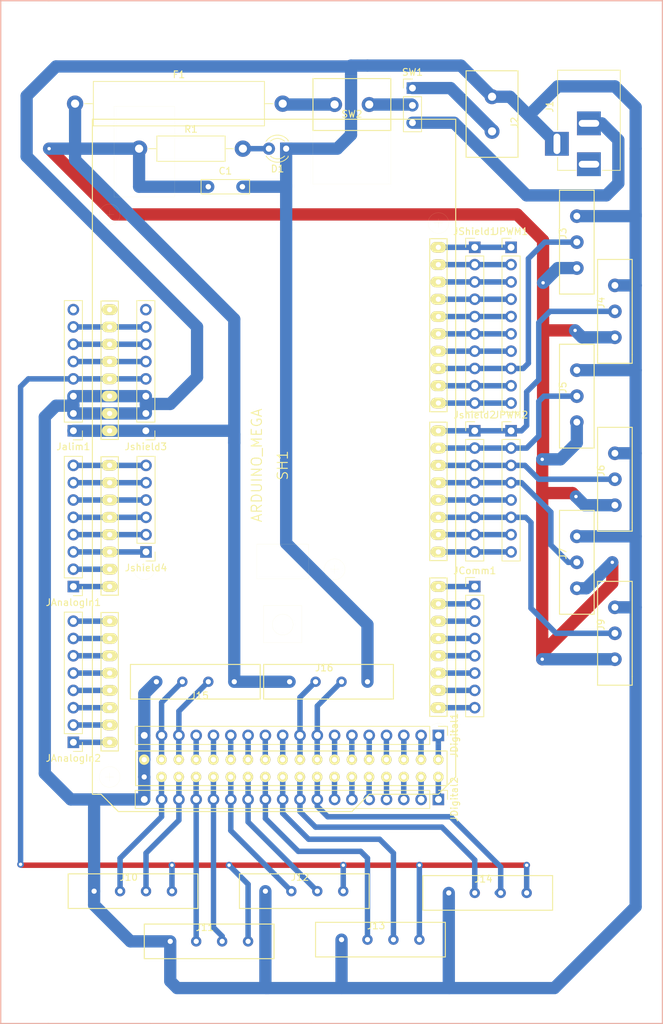
<source format=kicad_pcb>
(kicad_pcb (version 4) (host pcbnew 4.0.7)

  (general
    (links 177)
    (no_connects 0)
    (area 0 0 0 0)
    (thickness 1.6)
    (drawings 12)
    (tracks 389)
    (zones 0)
    (modules 34)
    (nets 88)
  )

  (page A4)
  (layers
    (0 F.Cu signal)
    (31 B.Cu signal)
    (32 B.Adhes user)
    (33 F.Adhes user)
    (34 B.Paste user)
    (35 F.Paste user)
    (36 B.SilkS user)
    (37 F.SilkS user)
    (38 B.Mask user)
    (39 F.Mask user)
    (40 Dwgs.User user)
    (41 Cmts.User user)
    (42 Eco1.User user)
    (43 Eco2.User user)
    (44 Edge.Cuts user)
    (45 Margin user)
    (46 B.CrtYd user)
    (47 F.CrtYd user)
    (48 B.Fab user)
    (49 F.Fab user)
  )

  (setup
    (last_trace_width 0.8)
    (trace_clearance 0.7)
    (zone_clearance 0.508)
    (zone_45_only no)
    (trace_min 0.2)
    (segment_width 0.2)
    (edge_width 0.15)
    (via_size 1)
    (via_drill 0.5)
    (via_min_size 0.4)
    (via_min_drill 0.3)
    (uvia_size 0.3)
    (uvia_drill 0.1)
    (uvias_allowed no)
    (uvia_min_size 0.2)
    (uvia_min_drill 0.1)
    (pcb_text_width 0.3)
    (pcb_text_size 1.5 1.5)
    (mod_edge_width 0.15)
    (mod_text_size 1 1)
    (mod_text_width 0.15)
    (pad_size 1.524 1.524)
    (pad_drill 0.762)
    (pad_to_mask_clearance 0.2)
    (aux_axis_origin 0 0)
    (visible_elements 7FFFFFFF)
    (pcbplotparams
      (layerselection 0x00030_80000001)
      (usegerberextensions false)
      (excludeedgelayer true)
      (linewidth 0.100000)
      (plotframeref false)
      (viasonmask false)
      (mode 1)
      (useauxorigin false)
      (hpglpennumber 1)
      (hpglpenspeed 20)
      (hpglpendiameter 15)
      (hpglpenoverlay 2)
      (psnegative false)
      (psa4output false)
      (plotreference true)
      (plotvalue true)
      (plotinvisibletext false)
      (padsonsilk false)
      (subtractmaskfromsilk false)
      (outputformat 1)
      (mirror false)
      (drillshape 1)
      (scaleselection 1)
      (outputdirectory ""))
  )

  (net 0 "")
  (net 1 /GND)
  (net 2 "Net-(D1-Pad2)")
  (net 3 "Net-(J1-Pad2)")
  (net 4 "Net-(J2-Pad2)")
  (net 5 "Net-(JAnalogIn1-Pad1)")
  (net 6 "Net-(JAnalogIn1-Pad2)")
  (net 7 "Net-(JAnalogIn1-Pad3)")
  (net 8 "Net-(JAnalogIn1-Pad4)")
  (net 9 "Net-(JAnalogIn1-Pad5)")
  (net 10 "Net-(JAnalogIn1-Pad6)")
  (net 11 "Net-(JAnalogIn1-Pad7)")
  (net 12 "Net-(JAnalogIn1-Pad8)")
  (net 13 "Net-(JAnalogIn2-Pad1)")
  (net 14 "Net-(JAnalogIn2-Pad2)")
  (net 15 "Net-(JAnalogIn2-Pad3)")
  (net 16 "Net-(JAnalogIn2-Pad4)")
  (net 17 "Net-(JAnalogIn2-Pad5)")
  (net 18 "Net-(JAnalogIn2-Pad6)")
  (net 19 "Net-(JAnalogIn2-Pad7)")
  (net 20 "Net-(JAnalogIn2-Pad8)")
  (net 21 "Net-(JComm1-Pad1)")
  (net 22 "Net-(JComm1-Pad2)")
  (net 23 "Net-(JComm1-Pad3)")
  (net 24 "Net-(JComm1-Pad4)")
  (net 25 "Net-(JComm1-Pad5)")
  (net 26 "Net-(JComm1-Pad6)")
  (net 27 "Net-(JComm1-Pad7)")
  (net 28 "Net-(JComm1-Pad8)")
  (net 29 /5V2)
  (net 30 /22)
  (net 31 /24)
  (net 32 /26)
  (net 33 /28)
  (net 34 /30)
  (net 35 /32)
  (net 36 /34)
  (net 37 /36)
  (net 38 "Net-(JDigital2-Pad1)")
  (net 39 /39)
  (net 40 /41)
  (net 41 /43)
  (net 42 /45)
  (net 43 /47)
  (net 44 /49)
  (net 45 /51)
  (net 46 /53)
  (net 47 "Net-(JPWM1-Pad1)")
  (net 48 "Net-(JPWM1-Pad2)")
  (net 49 "Net-(JPWM1-Pad3)")
  (net 50 "Net-(JPWM1-Pad4)")
  (net 51 "Net-(JPWM1-Pad5)")
  (net 52 "Net-(JPWM1-Pad6)")
  (net 53 "Net-(JPWM1-Pad7)")
  (net 54 "Net-(JPWM2-Pad5)")
  (net 55 "Net-(JPWM2-Pad7)")
  (net 56 "Net-(JPWM2-Pad8)")
  (net 57 /6V)
  (net 58 "Net-(F1-Pad2)")
  (net 59 /P1)
  (net 60 /P2)
  (net 61 /P3)
  (net 62 /P4)
  (net 63 /P5)
  (net 64 /P6)
  (net 65 /52)
  (net 66 /50)
  (net 67 /5V)
  (net 68 /48)
  (net 69 /46)
  (net 70 /44)
  (net 71 /42)
  (net 72 /40)
  (net 73 /38)
  (net 74 "Net-(Jalim1-Pad5)")
  (net 75 "Net-(Jalim1-Pad6)")
  (net 76 "Net-(Jalim1-Pad7)")
  (net 77 /23)
  (net 78 /25)
  (net 79 /27)
  (net 80 /29)
  (net 81 /31)
  (net 82 /33)
  (net 83 /35)
  (net 84 /37)
  (net 85 "Net-(JPWM1-Pad9)")
  (net 86 "Net-(JPWM1-Pad10)")
  (net 87 "Net-(SW1-Pad2)")

  (net_class Default "Ceci est la Netclass par défaut"
    (clearance 0.7)
    (trace_width 0.8)
    (via_dia 1)
    (via_drill 0.5)
    (uvia_dia 0.3)
    (uvia_drill 0.1)
    (add_net /5V2)
    (add_net /P1)
    (add_net /P2)
    (add_net /P3)
    (add_net /P4)
    (add_net /P5)
    (add_net /P6)
    (add_net "Net-(D1-Pad2)")
    (add_net "Net-(JAnalogIn1-Pad1)")
    (add_net "Net-(JAnalogIn1-Pad2)")
    (add_net "Net-(JAnalogIn1-Pad3)")
    (add_net "Net-(JAnalogIn1-Pad4)")
    (add_net "Net-(JAnalogIn1-Pad5)")
    (add_net "Net-(JAnalogIn1-Pad6)")
    (add_net "Net-(JAnalogIn1-Pad7)")
    (add_net "Net-(JAnalogIn1-Pad8)")
    (add_net "Net-(JAnalogIn2-Pad1)")
    (add_net "Net-(JAnalogIn2-Pad2)")
    (add_net "Net-(JAnalogIn2-Pad3)")
    (add_net "Net-(JAnalogIn2-Pad4)")
    (add_net "Net-(JAnalogIn2-Pad5)")
    (add_net "Net-(JAnalogIn2-Pad6)")
    (add_net "Net-(JAnalogIn2-Pad7)")
    (add_net "Net-(JAnalogIn2-Pad8)")
    (add_net "Net-(JComm1-Pad1)")
    (add_net "Net-(JComm1-Pad2)")
    (add_net "Net-(JComm1-Pad3)")
    (add_net "Net-(JComm1-Pad4)")
    (add_net "Net-(JComm1-Pad5)")
    (add_net "Net-(JComm1-Pad6)")
    (add_net "Net-(JComm1-Pad7)")
    (add_net "Net-(JComm1-Pad8)")
    (add_net "Net-(JDigital2-Pad1)")
    (add_net "Net-(JPWM1-Pad1)")
    (add_net "Net-(JPWM1-Pad10)")
    (add_net "Net-(JPWM1-Pad2)")
    (add_net "Net-(JPWM1-Pad3)")
    (add_net "Net-(JPWM1-Pad4)")
    (add_net "Net-(JPWM1-Pad5)")
    (add_net "Net-(JPWM1-Pad6)")
    (add_net "Net-(JPWM1-Pad7)")
    (add_net "Net-(JPWM1-Pad9)")
    (add_net "Net-(JPWM2-Pad5)")
    (add_net "Net-(JPWM2-Pad7)")
    (add_net "Net-(JPWM2-Pad8)")
    (add_net "Net-(Jalim1-Pad5)")
    (add_net "Net-(Jalim1-Pad6)")
    (add_net "Net-(Jalim1-Pad7)")
  )

  (net_class Arduino ""
    (clearance 0.7)
    (trace_width 0.8)
    (via_dia 1)
    (via_drill 0.5)
    (uvia_dia 0.3)
    (uvia_drill 0.1)
    (add_net /22)
    (add_net /23)
    (add_net /24)
    (add_net /25)
    (add_net /26)
    (add_net /27)
    (add_net /28)
    (add_net /29)
    (add_net /30)
    (add_net /31)
    (add_net /32)
    (add_net /33)
    (add_net /34)
    (add_net /35)
    (add_net /36)
    (add_net /37)
    (add_net /38)
    (add_net /39)
    (add_net /40)
    (add_net /41)
    (add_net /42)
    (add_net /43)
    (add_net /44)
    (add_net /45)
    (add_net /46)
    (add_net /47)
    (add_net /48)
    (add_net /49)
    (add_net /50)
    (add_net /51)
    (add_net /52)
    (add_net /53)
    (add_net /5V)
  )

  (net_class Puissance ""
    (clearance 0.4)
    (trace_width 1.8)
    (via_dia 1.8)
    (via_drill 0.5)
    (uvia_dia 0.3)
    (uvia_drill 0.1)
    (add_net /6V)
    (add_net /GND)
    (add_net "Net-(F1-Pad2)")
    (add_net "Net-(J1-Pad2)")
    (add_net "Net-(J2-Pad2)")
    (add_net "Net-(SW1-Pad2)")
  )

  (module SHIELD_ARDUINO:ARDUINO_MEGA_2560_R3_CONTOUR_ELL (layer F.Cu) (tedit 5A75CF89) (tstamp 5A7501F5)
    (at 80.391 97.155 270)
    (path /5A74E403)
    (fp_text reference SH1 (at 0 -1.27 270) (layer F.SilkS)
      (effects (font (size 1.5 1.5) (thickness 0.15)))
    )
    (fp_text value ARDUINO_MEGA (at 0 2.54 270) (layer F.SilkS)
      (effects (font (size 1.5 1.5) (thickness 0.15)))
    )
    (fp_circle (center -36.83 24.13) (end -35.306 24.13) (layer F.SilkS) (width 0.01))
    (fp_circle (center 15.24 19.05) (end 16.764 19.05) (layer F.SilkS) (width 0.01))
    (fp_circle (center 45.72 24.13) (end 47.244 24.13) (layer F.SilkS) (width 0.01))
    (fp_circle (center 39.37 -24.13) (end 37.846 -24.13) (layer F.SilkS) (width 0.01))
    (fp_circle (center 15.24 -8.89) (end 13.716 -8.89) (layer F.SilkS) (width 0.01))
    (fp_circle (center -35.56 -24.13) (end -37.084 -24.13) (layer F.SilkS) (width 0.01))
    (fp_line (start 20.574 -4.064) (end 26.035 -4.064) (layer F.SilkS) (width 0.01))
    (fp_line (start 26.035 -4.064) (end 26.035 1.524) (layer F.SilkS) (width 0.01))
    (fp_line (start 26.035 1.524) (end 20.574 1.524) (layer F.SilkS) (width 0.01))
    (fp_line (start 20.574 1.524) (end 20.574 -4.064) (layer F.SilkS) (width 0.01))
    (fp_circle (center 23.368 -1.27) (end 21.844 -1.27) (layer F.SilkS) (width 0.01))
    (fp_line (start -57.15 -17.145) (end -41.275 -17.145) (layer F.SilkS) (width 0.01))
    (fp_line (start -41.275 -17.145) (end -41.275 -5.715) (layer F.SilkS) (width 0.01))
    (fp_line (start -41.275 -5.715) (end -57.15 -5.715) (layer F.SilkS) (width 0.01))
    (fp_line (start -57.15 -5.715) (end -57.15 -17.145) (layer F.SilkS) (width 0.01))
    (fp_line (start -39.37 14.605) (end -52.705 14.605) (layer F.SilkS) (width 0.01))
    (fp_line (start -52.705 14.605) (end -52.705 23.495) (layer F.SilkS) (width 0.01))
    (fp_line (start -52.705 23.495) (end -39.37 23.495) (layer F.SilkS) (width 0.01))
    (fp_line (start -39.37 23.495) (end -39.37 14.605) (layer F.SilkS) (width 0.01))
    (fp_line (start 11.557 -5.08) (end 16.637 -5.08) (layer F.SilkS) (width 0.01))
    (fp_line (start 16.637 -5.08) (end 16.637 2.54) (layer F.SilkS) (width 0.01))
    (fp_line (start 16.637 2.54) (end 11.557 2.54) (layer F.SilkS) (width 0.01))
    (fp_line (start 11.557 2.54) (end 11.557 -5.08) (layer F.SilkS) (width 0.01))
    (fp_line (start 48.26 -24.13) (end 45.72 -26.67) (layer F.SilkS) (width 0.15))
    (fp_line (start 45.72 -26.67) (end -50.8 -26.67) (layer F.SilkS) (width 0.15))
    (fp_line (start -50.8 -26.67) (end -50.8 26.67) (layer F.SilkS) (width 0.15))
    (fp_line (start -50.8 26.67) (end 48.26 26.67) (layer F.SilkS) (width 0.15))
    (fp_line (start 48.26 26.67) (end 48.26 25.4) (layer F.SilkS) (width 0.15))
    (fp_line (start 48.26 25.4) (end 50.8 22.86) (layer F.SilkS) (width 0.15))
    (fp_line (start 50.8 22.86) (end 50.8 -11.43) (layer F.SilkS) (width 0.15))
    (fp_line (start 50.8 -11.43) (end 48.26 -13.97) (layer F.SilkS) (width 0.15))
    (fp_line (start 48.26 -13.97) (end 48.26 -24.13) (layer F.SilkS) (width 0.15))
    (fp_line (start -7.874 -25.4) (end -7.874 -22.86) (layer F.SilkS) (width 0.15))
    (fp_line (start -7.874 -22.86) (end -33.274 -22.86) (layer F.SilkS) (width 0.15))
    (fp_line (start -33.274 -22.86) (end -33.274 -25.4) (layer F.SilkS) (width 0.15))
    (fp_line (start -33.274 -25.4) (end -7.874 -25.4) (layer F.SilkS) (width 0.15))
    (fp_line (start -36.195 -24.13) (end -34.925 -24.13) (layer F.SilkS) (width 0.01))
    (fp_line (start -35.56 -24.765) (end -35.56 -23.495) (layer F.SilkS) (width 0.01))
    (fp_line (start -37.465 24.13) (end -36.195 24.13) (layer F.SilkS) (width 0.01))
    (fp_line (start -36.83 23.495) (end -36.83 24.765) (layer F.SilkS) (width 0.01))
    (fp_line (start 45.085 24.13) (end 46.355 24.13) (layer F.SilkS) (width 0.01))
    (fp_line (start 45.72 23.495) (end 45.72 24.765) (layer F.SilkS) (width 0.01))
    (fp_line (start 14.605 19.05) (end 15.875 19.05) (layer F.SilkS) (width 0.01))
    (fp_line (start 15.24 18.415) (end 15.24 19.685) (layer F.SilkS) (width 0.01))
    (fp_line (start 14.605 -8.89) (end 15.875 -8.89) (layer F.SilkS) (width 0.01))
    (fp_line (start 15.24 -9.525) (end 15.24 -8.255) (layer F.SilkS) (width 0.01))
    (fp_line (start 38.735 -24.13) (end 40.005 -24.13) (layer F.SilkS) (width 0.01))
    (fp_line (start 39.37 -24.765) (end 39.37 -23.495) (layer F.SilkS) (width 0.01))
    (fp_line (start 13.97 -25.4) (end 13.97 -22.86) (layer F.SilkS) (width 0.15))
    (fp_line (start 13.97 -22.86) (end -6.35 -22.86) (layer F.SilkS) (width 0.15))
    (fp_line (start -6.35 -22.86) (end -6.35 -25.4) (layer F.SilkS) (width 0.15))
    (fp_line (start -6.35 -25.4) (end 13.97 -25.4) (layer F.SilkS) (width 0.15))
    (fp_line (start 36.83 -25.4) (end 36.83 -22.86) (layer F.SilkS) (width 0.15))
    (fp_line (start 36.83 -22.86) (end 16.51 -22.86) (layer F.SilkS) (width 0.15))
    (fp_line (start 16.51 -22.86) (end 16.51 -25.4) (layer F.SilkS) (width 0.15))
    (fp_line (start 16.51 -25.4) (end 36.83 -25.4) (layer F.SilkS) (width 0.15))
    (fp_line (start 41.91 20.32) (end 46.99 20.32) (layer F.SilkS) (width 0.15))
    (fp_line (start 46.99 20.32) (end 46.99 -25.4) (layer F.SilkS) (width 0.15))
    (fp_line (start 46.99 -25.4) (end 41.91 -25.4) (layer F.SilkS) (width 0.15))
    (fp_line (start 41.91 -25.4) (end 41.91 20.32) (layer F.SilkS) (width 0.15))
    (fp_line (start -3.81 22.86) (end -3.81 25.4) (layer F.SilkS) (width 0.15))
    (fp_line (start -3.81 25.4) (end -24.13 25.4) (layer F.SilkS) (width 0.15))
    (fp_line (start -24.13 25.4) (end -24.13 22.86) (layer F.SilkS) (width 0.15))
    (fp_line (start -24.13 22.86) (end -3.81 22.86) (layer F.SilkS) (width 0.15))
    (fp_line (start 19.05 25.4) (end 19.05 22.86) (layer F.SilkS) (width 0.15))
    (fp_line (start 19.05 22.86) (end -1.27 22.86) (layer F.SilkS) (width 0.15))
    (fp_line (start -1.27 22.86) (end -1.27 25.4) (layer F.SilkS) (width 0.15))
    (fp_line (start -1.27 25.4) (end 19.05 25.4) (layer F.SilkS) (width 0.15))
    (fp_line (start 21.59 22.86) (end 41.91 22.86) (layer F.SilkS) (width 0.15))
    (fp_line (start 41.91 22.86) (end 41.91 25.4) (layer F.SilkS) (width 0.15))
    (fp_line (start 41.91 25.4) (end 21.59 25.4) (layer F.SilkS) (width 0.15))
    (fp_line (start 21.59 25.4) (end 21.59 22.86) (layer F.SilkS) (width 0.15))
    (pad NC thru_hole oval (at -22.86 24.1427 270) (size 1.5748 2.286) (drill 0.762) (layers *.Cu *.Mask F.SilkS))
    (pad IREF thru_hole oval (at -20.32 24.1427 270) (size 1.5748 2.286) (drill 0.762) (layers *.Cu *.Mask F.SilkS)
      (net 76 "Net-(Jalim1-Pad7)"))
    (pad RST thru_hole oval (at -17.78 24.1427 270) (size 1.5748 2.286) (drill 0.762) (layers *.Cu *.Mask F.SilkS)
      (net 75 "Net-(Jalim1-Pad6)"))
    (pad 3V3 thru_hole oval (at -15.24 24.1427 270) (size 1.5748 2.286) (drill 0.762) (layers *.Cu *.Mask F.SilkS)
      (net 74 "Net-(Jalim1-Pad5)"))
    (pad 5V/1 thru_hole oval (at -12.7 24.1427 270) (size 1.5748 2.286) (drill 0.762) (layers *.Cu *.Mask F.SilkS)
      (net 67 /5V))
    (pad GND1 thru_hole oval (at -10.16 24.1427 270) (size 1.5748 2.286) (drill 0.762) (layers *.Cu *.Mask F.SilkS)
      (net 1 /GND))
    (pad GND2 thru_hole oval (at -7.62 24.1427 270) (size 1.5748 2.286) (drill 0.762) (layers *.Cu *.Mask F.SilkS)
      (net 1 /GND))
    (pad VIN thru_hole oval (at -5.08 24.1427 270) (size 1.5748 2.286) (drill 0.762) (layers *.Cu *.Mask F.SilkS)
      (net 57 /6V))
    (pad A0 thru_hole oval (at 0 24.1427 270) (size 1.5748 2.286) (drill 0.762) (layers *.Cu *.Mask F.SilkS)
      (net 12 "Net-(JAnalogIn1-Pad8)"))
    (pad GND4 thru_hole circle (at 43.18 19.0627 270) (size 1.524 1.524) (drill 0.762) (layers *.Cu *.Mask F.SilkS)
      (net 1 /GND))
    (pad GND5 thru_hole circle (at 45.72 19.0627 270) (size 1.524 1.524) (drill 0.762) (layers *.Cu *.Mask)
      (net 1 /GND))
    (pad 50 thru_hole circle (at 43.18 13.9827 270) (size 1.524 1.524) (drill 0.762) (layers *.Cu *.Mask F.SilkS)
      (net 66 /50))
    (pad 51 thru_hole circle (at 45.72 13.9827 270) (size 1.524 1.524) (drill 0.762) (layers *.Cu *.Mask F.SilkS)
      (net 45 /51))
    (pad 52 thru_hole circle (at 43.18 16.5227 270) (size 1.524 1.524) (drill 0.762) (layers *.Cu *.Mask F.SilkS)
      (net 65 /52))
    (pad 53 thru_hole circle (at 45.72 16.5227 270) (size 1.524 1.524) (drill 0.762) (layers *.Cu *.Mask F.SilkS)
      (net 46 /53))
    (pad 22 thru_hole circle (at 43.18 -21.5773 270) (size 1.524 1.524) (drill 0.762) (layers *.Cu *.Mask F.SilkS)
      (net 30 /22))
    (pad 23 thru_hole circle (at 45.72 -21.5773 270) (size 1.524 1.524) (drill 0.762) (layers *.Cu *.Mask F.SilkS)
      (net 77 /23))
    (pad 24 thru_hole circle (at 43.18 -19.0373 270) (size 1.524 1.524) (drill 0.762) (layers *.Cu *.Mask F.SilkS)
      (net 31 /24))
    (pad 25 thru_hole circle (at 45.72 -19.0373 270) (size 1.524 1.524) (drill 0.762) (layers *.Cu *.Mask F.SilkS)
      (net 78 /25))
    (pad 26 thru_hole circle (at 43.18 -16.4973 270) (size 1.524 1.524) (drill 0.762) (layers *.Cu *.Mask F.SilkS)
      (net 32 /26))
    (pad 27 thru_hole circle (at 45.72 -16.4973 270) (size 1.524 1.524) (drill 0.762) (layers *.Cu *.Mask F.SilkS)
      (net 79 /27))
    (pad 28 thru_hole circle (at 43.18 -13.9573 270) (size 1.524 1.524) (drill 0.762) (layers *.Cu *.Mask F.SilkS)
      (net 33 /28))
    (pad 29 thru_hole circle (at 45.72 -13.9573 270) (size 1.524 1.524) (drill 0.762) (layers *.Cu *.Mask F.SilkS)
      (net 80 /29))
    (pad 30 thru_hole circle (at 43.18 -11.4173 270) (size 1.524 1.524) (drill 0.762) (layers *.Cu *.Mask F.SilkS)
      (net 34 /30))
    (pad 31 thru_hole circle (at 45.72 -11.4173 270) (size 1.524 1.524) (drill 0.762) (layers *.Cu *.Mask F.SilkS)
      (net 81 /31))
    (pad 32 thru_hole circle (at 43.18 -8.8773 270) (size 1.524 1.524) (drill 0.762) (layers *.Cu *.Mask F.SilkS)
      (net 35 /32))
    (pad 33 thru_hole circle (at 45.72 -8.8773 270) (size 1.524 1.524) (drill 0.762) (layers *.Cu *.Mask F.SilkS)
      (net 82 /33))
    (pad 34 thru_hole circle (at 43.18 -6.3373 270) (size 1.524 1.524) (drill 0.762) (layers *.Cu *.Mask F.SilkS)
      (net 36 /34))
    (pad 35 thru_hole circle (at 45.72 -6.3373 270) (size 1.524 1.524) (drill 0.762) (layers *.Cu *.Mask F.SilkS)
      (net 83 /35))
    (pad 36 thru_hole circle (at 43.18 -3.7973 270) (size 1.524 1.524) (drill 0.762) (layers *.Cu *.Mask F.SilkS)
      (net 37 /36))
    (pad 37 thru_hole circle (at 45.72 -3.7973 270) (size 1.524 1.524) (drill 0.762) (layers *.Cu *.Mask F.SilkS)
      (net 84 /37))
    (pad 38 thru_hole circle (at 43.18 -1.2573 270) (size 1.524 1.524) (drill 0.762) (layers *.Cu *.Mask F.SilkS)
      (net 73 /38))
    (pad 39 thru_hole circle (at 45.72 -1.2573 270) (size 1.524 1.524) (drill 0.762) (layers *.Cu *.Mask F.SilkS)
      (net 39 /39))
    (pad 40 thru_hole circle (at 43.18 1.2827 270) (size 1.524 1.524) (drill 0.762) (layers *.Cu *.Mask F.SilkS)
      (net 72 /40))
    (pad 41 thru_hole circle (at 45.72 1.2827 270) (size 1.524 1.524) (drill 0.762) (layers *.Cu *.Mask F.SilkS)
      (net 40 /41))
    (pad 42 thru_hole circle (at 43.18 3.8227 270) (size 1.524 1.524) (drill 0.762) (layers *.Cu *.Mask F.SilkS)
      (net 71 /42))
    (pad 43 thru_hole circle (at 45.72 3.8227 270) (size 1.524 1.524) (drill 0.762) (layers *.Cu *.Mask F.SilkS)
      (net 41 /43))
    (pad 44 thru_hole circle (at 43.18 6.3627 270) (size 1.524 1.524) (drill 0.762) (layers *.Cu *.Mask F.SilkS)
      (net 70 /44))
    (pad 45 thru_hole circle (at 45.72 6.3627 270) (size 1.524 1.524) (drill 0.762) (layers *.Cu *.Mask F.SilkS)
      (net 42 /45))
    (pad 46 thru_hole circle (at 43.18 8.9027 270) (size 1.524 1.524) (drill 0.762) (layers *.Cu *.Mask F.SilkS)
      (net 69 /46))
    (pad 47 thru_hole circle (at 45.72 8.9027 270) (size 1.524 1.524) (drill 0.762) (layers *.Cu *.Mask F.SilkS)
      (net 43 /47))
    (pad 48 thru_hole circle (at 43.18 11.4427 270) (size 1.524 1.524) (drill 0.762) (layers *.Cu *.Mask F.SilkS)
      (net 68 /48))
    (pad 49 thru_hole circle (at 45.72 11.4427 270) (size 1.524 1.524) (drill 0.762) (layers *.Cu *.Mask F.SilkS)
      (net 44 /49))
    (pad 5V/2 thru_hole circle (at 43.18 -24.1173 270) (size 1.524 1.524) (drill 0.762) (layers *.Cu *.Mask F.SilkS)
      (net 29 /5V2))
    (pad 5V/3 thru_hole circle (at 45.72 -24.1173 270) (size 1.524 1.524) (drill 0.762) (layers *.Cu *.Mask F.SilkS)
      (net 38 "Net-(JDigital2-Pad1)"))
    (pad 21/1 thru_hole oval (at 35.56 -24.1173 270) (size 1.5748 2.286) (drill 0.762) (layers *.Cu *.Mask F.SilkS)
      (net 28 "Net-(JComm1-Pad8)"))
    (pad 20/1 thru_hole oval (at 33.02 -24.1173 270) (size 1.5748 2.286) (drill 0.762) (layers *.Cu *.Mask F.SilkS)
      (net 27 "Net-(JComm1-Pad7)"))
    (pad 0 thru_hole oval (at 12.7 -24.1173 270) (size 1.5748 2.286) (drill 0.762) (layers *.Cu *.Mask F.SilkS)
      (net 56 "Net-(JPWM2-Pad8)"))
    (pad GND3 thru_hole oval (at -24.384 -24.1173 270) (size 1.5748 2.286) (drill 0.762) (layers *.Cu *.Mask F.SilkS)
      (net 50 "Net-(JPWM1-Pad4)"))
    (pad AREF thru_hole oval (at -26.924 -24.1173 270) (size 1.5748 2.286) (drill 0.762) (layers *.Cu *.Mask F.SilkS)
      (net 49 "Net-(JPWM1-Pad3)"))
    (pad 20/2 thru_hole oval (at -29.464 -24.1173 270) (size 1.5748 2.286) (drill 0.762) (layers *.Cu *.Mask F.SilkS)
      (net 48 "Net-(JPWM1-Pad2)"))
    (pad 21/2 thru_hole oval (at -32.004 -24.1173 270) (size 1.5748 2.286) (drill 0.762) (layers *.Cu *.Mask F.SilkS)
      (net 47 "Net-(JPWM1-Pad1)"))
    (pad A1 thru_hole oval (at 2.54 24.13 270) (size 1.5748 2.286) (drill 0.762) (layers *.Cu *.Mask F.SilkS)
      (net 11 "Net-(JAnalogIn1-Pad7)"))
    (pad A2 thru_hole oval (at 5.08 24.13 270) (size 1.5748 2.286) (drill 0.762) (layers *.Cu *.Mask F.SilkS)
      (net 10 "Net-(JAnalogIn1-Pad6)"))
    (pad A3 thru_hole oval (at 7.62 24.13 270) (size 1.5748 2.286) (drill 0.762) (layers *.Cu *.Mask F.SilkS)
      (net 9 "Net-(JAnalogIn1-Pad5)"))
    (pad A4 thru_hole oval (at 10.16 24.13 270) (size 1.5748 2.286) (drill 0.762) (layers *.Cu *.Mask F.SilkS)
      (net 8 "Net-(JAnalogIn1-Pad4)"))
    (pad A5 thru_hole oval (at 12.7 24.13 270) (size 1.5748 2.286) (drill 0.762) (layers *.Cu *.Mask F.SilkS)
      (net 7 "Net-(JAnalogIn1-Pad3)"))
    (pad A6 thru_hole oval (at 15.24 24.13 270) (size 1.5748 2.286) (drill 0.762) (layers *.Cu *.Mask F.SilkS)
      (net 6 "Net-(JAnalogIn1-Pad2)"))
    (pad A7 thru_hole oval (at 17.78 24.13 270) (size 1.5748 2.286) (drill 0.762) (layers *.Cu *.Mask F.SilkS)
      (net 5 "Net-(JAnalogIn1-Pad1)"))
    (pad A8 thru_hole oval (at 22.86 24.13 270) (size 1.5748 2.286) (drill 0.762) (layers *.Cu *.Mask F.SilkS)
      (net 20 "Net-(JAnalogIn2-Pad8)"))
    (pad A9 thru_hole oval (at 25.4 24.13 270) (size 1.5748 2.286) (drill 0.762) (layers *.Cu *.Mask F.SilkS)
      (net 19 "Net-(JAnalogIn2-Pad7)"))
    (pad A10 thru_hole oval (at 27.94 24.13 270) (size 1.5748 2.286) (drill 0.762) (layers *.Cu *.Mask F.SilkS)
      (net 18 "Net-(JAnalogIn2-Pad6)"))
    (pad A11 thru_hole oval (at 30.48 24.13 270) (size 1.5748 2.286) (drill 0.762) (layers *.Cu *.Mask F.SilkS)
      (net 17 "Net-(JAnalogIn2-Pad5)"))
    (pad A12 thru_hole oval (at 33.02 24.13 270) (size 1.5748 2.286) (drill 0.762) (layers *.Cu *.Mask F.SilkS)
      (net 16 "Net-(JAnalogIn2-Pad4)"))
    (pad A13 thru_hole oval (at 35.56 24.13 270) (size 1.5748 2.286) (drill 0.762) (layers *.Cu *.Mask F.SilkS)
      (net 15 "Net-(JAnalogIn2-Pad3)"))
    (pad A14 thru_hole oval (at 38.1 24.13 270) (size 1.5748 2.286) (drill 0.762) (layers *.Cu *.Mask F.SilkS)
      (net 14 "Net-(JAnalogIn2-Pad2)"))
    (pad A15 thru_hole oval (at 40.64 24.13 270) (size 1.5748 2.286) (drill 0.762) (layers *.Cu *.Mask F.SilkS)
      (net 13 "Net-(JAnalogIn2-Pad1)"))
    (pad 1 thru_hole oval (at 10.16 -24.13 270) (size 1.5748 2.286) (drill 0.762) (layers *.Cu *.Mask F.SilkS)
      (net 55 "Net-(JPWM2-Pad7)"))
    (pad 2 thru_hole oval (at 7.62 -24.13 270) (size 1.5748 2.286) (drill 0.762) (layers *.Cu *.Mask F.SilkS)
      (net 64 /P6))
    (pad 3 thru_hole oval (at 5.08 -24.13 270) (size 1.5748 2.286) (drill 0.762) (layers *.Cu *.Mask F.SilkS)
      (net 54 "Net-(JPWM2-Pad5)"))
    (pad 4 thru_hole oval (at 2.54 -24.13 270) (size 1.5748 2.286) (drill 0.762) (layers *.Cu *.Mask F.SilkS)
      (net 63 /P5))
    (pad 5 thru_hole oval (at 0 -24.13 270) (size 1.5748 2.286) (drill 0.762) (layers *.Cu *.Mask F.SilkS)
      (net 62 /P4))
    (pad 6 thru_hole oval (at -2.54 -24.13 270) (size 1.5748 2.286) (drill 0.762) (layers *.Cu *.Mask F.SilkS)
      (net 61 /P3))
    (pad 7 thru_hole oval (at -5.08 -24.13 270) (size 1.5748 2.286) (drill 0.762) (layers *.Cu *.Mask F.SilkS)
      (net 60 /P2))
    (pad 8 thru_hole oval (at -9.144 -24.13 270) (size 1.5748 2.286) (drill 0.762) (layers *.Cu *.Mask F.SilkS)
      (net 86 "Net-(JPWM1-Pad10)"))
    (pad 9 thru_hole oval (at -11.684 -24.13 270) (size 1.5748 2.286) (drill 0.762) (layers *.Cu *.Mask F.SilkS)
      (net 85 "Net-(JPWM1-Pad9)"))
    (pad 10 thru_hole oval (at -14.224 -24.13 270) (size 1.5748 2.286) (drill 0.762) (layers *.Cu *.Mask F.SilkS)
      (net 59 /P1))
    (pad 11 thru_hole oval (at -16.764 -24.13 270) (size 1.5748 2.286) (drill 0.762) (layers *.Cu *.Mask F.SilkS)
      (net 53 "Net-(JPWM1-Pad7)"))
    (pad 12 thru_hole oval (at -19.304 -24.13 270) (size 1.5748 2.286) (drill 0.762) (layers *.Cu *.Mask F.SilkS)
      (net 52 "Net-(JPWM1-Pad6)"))
    (pad 13 thru_hole oval (at -21.844 -24.13 270) (size 1.5748 2.286) (drill 0.762) (layers *.Cu *.Mask F.SilkS)
      (net 51 "Net-(JPWM1-Pad5)"))
    (pad 14 thru_hole oval (at 17.78 -24.13 270) (size 1.5748 2.286) (drill 0.762) (layers *.Cu *.Mask F.SilkS)
      (net 21 "Net-(JComm1-Pad1)"))
    (pad 15 thru_hole oval (at 20.32 -24.13 270) (size 1.5748 2.286) (drill 0.762) (layers *.Cu *.Mask F.SilkS)
      (net 22 "Net-(JComm1-Pad2)"))
    (pad 16 thru_hole oval (at 22.86 -24.13 270) (size 1.5748 2.286) (drill 0.762) (layers *.Cu *.Mask F.SilkS)
      (net 23 "Net-(JComm1-Pad3)"))
    (pad 17 thru_hole oval (at 25.4 -24.13 270) (size 1.5748 2.286) (drill 0.762) (layers *.Cu *.Mask F.SilkS)
      (net 24 "Net-(JComm1-Pad4)"))
    (pad 18 thru_hole oval (at 27.94 -24.13 270) (size 1.5748 2.286) (drill 0.762) (layers *.Cu *.Mask F.SilkS)
      (net 25 "Net-(JComm1-Pad5)"))
    (pad 19 thru_hole oval (at 30.48 -24.13 270) (size 1.5748 2.286) (drill 0.762) (layers *.Cu *.Mask F.SilkS)
      (net 26 "Net-(JComm1-Pad6)"))
    (model Bureau/Librairie_kicad_arduino/Library_3D_shield_arduino/Shield_Arduino/Arduino_Mega/arduino_MEGA_header_long+.wrl
      (at (xyz 0 0 0))
      (scale (xyz 1 1 1))
      (rotate (xyz 0 0 0))
    )
  )

  (module LEDs:LED_D3.0mm (layer F.Cu) (tedit 587A3A7B) (tstamp 5A75017C)
    (at 82.169 50.673 180)
    (descr "LED, diameter 3.0mm, 2 pins")
    (tags "LED diameter 3.0mm 2 pins")
    (path /5A74E859)
    (fp_text reference D1 (at 1.27 -2.96 180) (layer F.SilkS)
      (effects (font (size 1 1) (thickness 0.15)))
    )
    (fp_text value LED (at 1.27 2.96 180) (layer F.Fab)
      (effects (font (size 1 1) (thickness 0.15)))
    )
    (fp_arc (start 1.27 0) (end -0.23 -1.16619) (angle 284.3) (layer F.Fab) (width 0.1))
    (fp_arc (start 1.27 0) (end -0.29 -1.235516) (angle 108.8) (layer F.SilkS) (width 0.12))
    (fp_arc (start 1.27 0) (end -0.29 1.235516) (angle -108.8) (layer F.SilkS) (width 0.12))
    (fp_arc (start 1.27 0) (end 0.229039 -1.08) (angle 87.9) (layer F.SilkS) (width 0.12))
    (fp_arc (start 1.27 0) (end 0.229039 1.08) (angle -87.9) (layer F.SilkS) (width 0.12))
    (fp_circle (center 1.27 0) (end 2.77 0) (layer F.Fab) (width 0.1))
    (fp_line (start -0.23 -1.16619) (end -0.23 1.16619) (layer F.Fab) (width 0.1))
    (fp_line (start -0.29 -1.236) (end -0.29 -1.08) (layer F.SilkS) (width 0.12))
    (fp_line (start -0.29 1.08) (end -0.29 1.236) (layer F.SilkS) (width 0.12))
    (fp_line (start -1.15 -2.25) (end -1.15 2.25) (layer F.CrtYd) (width 0.05))
    (fp_line (start -1.15 2.25) (end 3.7 2.25) (layer F.CrtYd) (width 0.05))
    (fp_line (start 3.7 2.25) (end 3.7 -2.25) (layer F.CrtYd) (width 0.05))
    (fp_line (start 3.7 -2.25) (end -1.15 -2.25) (layer F.CrtYd) (width 0.05))
    (pad 1 thru_hole rect (at 0 0 180) (size 1.8 1.8) (drill 0.9) (layers *.Cu *.Mask)
      (net 1 /GND))
    (pad 2 thru_hole circle (at 2.54 0 180) (size 1.8 1.8) (drill 0.9) (layers *.Cu *.Mask)
      (net 2 "Net-(D1-Pad2)"))
    (model ${KISYS3DMOD}/LEDs.3dshapes/LED_D3.0mm.wrl
      (at (xyz 0 0 0))
      (scale (xyz 0.393701 0.393701 0.393701))
      (rotate (xyz 0 0 0))
    )
  )

  (module Resistors_THT:R_Axial_DIN0411_L9.9mm_D3.6mm_P15.24mm_Horizontal (layer F.Cu) (tedit 5874F706) (tstamp 5A75019B)
    (at 60.579 50.673)
    (descr "Resistor, Axial_DIN0411 series, Axial, Horizontal, pin pitch=15.24mm, 1W = 1/1W, length*diameter=9.9*3.6mm^2")
    (tags "Resistor Axial_DIN0411 series Axial Horizontal pin pitch 15.24mm 1W = 1/1W length 9.9mm diameter 3.6mm")
    (path /5A74FBC2)
    (fp_text reference R1 (at 7.62 -2.86) (layer F.SilkS)
      (effects (font (size 1 1) (thickness 0.15)))
    )
    (fp_text value 820 (at 7.62 2.86) (layer F.Fab)
      (effects (font (size 1 1) (thickness 0.15)))
    )
    (fp_line (start 2.67 -1.8) (end 2.67 1.8) (layer F.Fab) (width 0.1))
    (fp_line (start 2.67 1.8) (end 12.57 1.8) (layer F.Fab) (width 0.1))
    (fp_line (start 12.57 1.8) (end 12.57 -1.8) (layer F.Fab) (width 0.1))
    (fp_line (start 12.57 -1.8) (end 2.67 -1.8) (layer F.Fab) (width 0.1))
    (fp_line (start 0 0) (end 2.67 0) (layer F.Fab) (width 0.1))
    (fp_line (start 15.24 0) (end 12.57 0) (layer F.Fab) (width 0.1))
    (fp_line (start 2.61 -1.86) (end 2.61 1.86) (layer F.SilkS) (width 0.12))
    (fp_line (start 2.61 1.86) (end 12.63 1.86) (layer F.SilkS) (width 0.12))
    (fp_line (start 12.63 1.86) (end 12.63 -1.86) (layer F.SilkS) (width 0.12))
    (fp_line (start 12.63 -1.86) (end 2.61 -1.86) (layer F.SilkS) (width 0.12))
    (fp_line (start 1.38 0) (end 2.61 0) (layer F.SilkS) (width 0.12))
    (fp_line (start 13.86 0) (end 12.63 0) (layer F.SilkS) (width 0.12))
    (fp_line (start -1.45 -2.15) (end -1.45 2.15) (layer F.CrtYd) (width 0.05))
    (fp_line (start -1.45 2.15) (end 16.7 2.15) (layer F.CrtYd) (width 0.05))
    (fp_line (start 16.7 2.15) (end 16.7 -2.15) (layer F.CrtYd) (width 0.05))
    (fp_line (start 16.7 -2.15) (end -1.45 -2.15) (layer F.CrtYd) (width 0.05))
    (pad 1 thru_hole circle (at 0 0) (size 2.4 2.4) (drill 1.2) (layers *.Cu *.Mask)
      (net 57 /6V))
    (pad 2 thru_hole oval (at 15.24 0) (size 2.4 2.4) (drill 1.2) (layers *.Cu *.Mask)
      (net 2 "Net-(D1-Pad2)"))
    (model ${KISYS3DMOD}/Resistors_THT.3dshapes/R_Axial_DIN0411_L9.9mm_D3.6mm_P15.24mm_Horizontal.wrl
      (at (xyz 0 0 0))
      (scale (xyz 0.393701 0.393701 0.393701))
      (rotate (xyz 0 0 0))
    )
  )

  (module Connectors:BARREL_JACK (layer F.Cu) (tedit 5861378E) (tstamp 5A75C5A2)
    (at 126.619 52.959 270)
    (descr "DC Barrel Jack")
    (tags "Power Jack")
    (path /5A74E940)
    (fp_text reference J1 (at -8.45 5.75 450) (layer F.SilkS)
      (effects (font (size 1 1) (thickness 0.15)))
    )
    (fp_text value 6V_secteur (at -6.2 -5.5 270) (layer F.Fab)
      (effects (font (size 1 1) (thickness 0.15)))
    )
    (fp_line (start 1 -4.5) (end 1 -4.75) (layer F.CrtYd) (width 0.05))
    (fp_line (start 1 -4.75) (end -14 -4.75) (layer F.CrtYd) (width 0.05))
    (fp_line (start 1 -4.5) (end 1 -2) (layer F.CrtYd) (width 0.05))
    (fp_line (start 1 -2) (end 2 -2) (layer F.CrtYd) (width 0.05))
    (fp_line (start 2 -2) (end 2 2) (layer F.CrtYd) (width 0.05))
    (fp_line (start 2 2) (end 1 2) (layer F.CrtYd) (width 0.05))
    (fp_line (start 1 2) (end 1 4.75) (layer F.CrtYd) (width 0.05))
    (fp_line (start 1 4.75) (end -1 4.75) (layer F.CrtYd) (width 0.05))
    (fp_line (start -1 4.75) (end -1 6.75) (layer F.CrtYd) (width 0.05))
    (fp_line (start -1 6.75) (end -5 6.75) (layer F.CrtYd) (width 0.05))
    (fp_line (start -5 6.75) (end -5 4.75) (layer F.CrtYd) (width 0.05))
    (fp_line (start -5 4.75) (end -14 4.75) (layer F.CrtYd) (width 0.05))
    (fp_line (start -14 4.75) (end -14 -4.75) (layer F.CrtYd) (width 0.05))
    (fp_line (start -5 4.6) (end -13.8 4.6) (layer F.SilkS) (width 0.12))
    (fp_line (start -13.8 4.6) (end -13.8 -4.6) (layer F.SilkS) (width 0.12))
    (fp_line (start 0.9 1.9) (end 0.9 4.6) (layer F.SilkS) (width 0.12))
    (fp_line (start 0.9 4.6) (end -1 4.6) (layer F.SilkS) (width 0.12))
    (fp_line (start -13.8 -4.6) (end 0.9 -4.6) (layer F.SilkS) (width 0.12))
    (fp_line (start 0.9 -4.6) (end 0.9 -2) (layer F.SilkS) (width 0.12))
    (fp_line (start -10.2 -4.5) (end -10.2 4.5) (layer F.Fab) (width 0.1))
    (fp_line (start -13.7 -4.5) (end -13.7 4.5) (layer F.Fab) (width 0.1))
    (fp_line (start -13.7 4.5) (end 0.8 4.5) (layer F.Fab) (width 0.1))
    (fp_line (start 0.8 4.5) (end 0.8 -4.5) (layer F.Fab) (width 0.1))
    (fp_line (start 0.8 -4.5) (end -13.7 -4.5) (layer F.Fab) (width 0.1))
    (pad 1 thru_hole rect (at 0 0 270) (size 3.5 3.5) (drill oval 1 3) (layers *.Cu *.Mask))
    (pad 2 thru_hole rect (at -6 0 270) (size 3.5 3.5) (drill oval 1 3) (layers *.Cu *.Mask)
      (net 3 "Net-(J1-Pad2)"))
    (pad 3 thru_hole rect (at -3 4.7 270) (size 3.5 3.5) (drill oval 3 1) (layers *.Cu *.Mask)
      (net 1 /GND))
  )

  (module Socket_Strips:Socket_Strip_Straight_1x08_Pitch2.54mm (layer F.Cu) (tedit 58CD5446) (tstamp 5A75C5B3)
    (at 50.927 114.935 180)
    (descr "Through hole straight socket strip, 1x08, 2.54mm pitch, single row")
    (tags "Through hole socket strip THT 1x08 2.54mm single row")
    (path /5A75BEBF)
    (fp_text reference JAnalogIn1 (at 0 -2.33 180) (layer F.SilkS)
      (effects (font (size 1 1) (thickness 0.15)))
    )
    (fp_text value Conn_01x08 (at 0 20.11 180) (layer F.Fab)
      (effects (font (size 1 1) (thickness 0.15)))
    )
    (fp_line (start -1.27 -1.27) (end -1.27 19.05) (layer F.Fab) (width 0.1))
    (fp_line (start -1.27 19.05) (end 1.27 19.05) (layer F.Fab) (width 0.1))
    (fp_line (start 1.27 19.05) (end 1.27 -1.27) (layer F.Fab) (width 0.1))
    (fp_line (start 1.27 -1.27) (end -1.27 -1.27) (layer F.Fab) (width 0.1))
    (fp_line (start -1.33 1.27) (end -1.33 19.11) (layer F.SilkS) (width 0.12))
    (fp_line (start -1.33 19.11) (end 1.33 19.11) (layer F.SilkS) (width 0.12))
    (fp_line (start 1.33 19.11) (end 1.33 1.27) (layer F.SilkS) (width 0.12))
    (fp_line (start 1.33 1.27) (end -1.33 1.27) (layer F.SilkS) (width 0.12))
    (fp_line (start -1.33 0) (end -1.33 -1.33) (layer F.SilkS) (width 0.12))
    (fp_line (start -1.33 -1.33) (end 0 -1.33) (layer F.SilkS) (width 0.12))
    (fp_line (start -1.8 -1.8) (end -1.8 19.55) (layer F.CrtYd) (width 0.05))
    (fp_line (start -1.8 19.55) (end 1.8 19.55) (layer F.CrtYd) (width 0.05))
    (fp_line (start 1.8 19.55) (end 1.8 -1.8) (layer F.CrtYd) (width 0.05))
    (fp_line (start 1.8 -1.8) (end -1.8 -1.8) (layer F.CrtYd) (width 0.05))
    (fp_text user %R (at 0 -2.33 180) (layer F.Fab)
      (effects (font (size 1 1) (thickness 0.15)))
    )
    (pad 1 thru_hole rect (at 0 0 180) (size 1.7 1.7) (drill 1) (layers *.Cu *.Mask)
      (net 5 "Net-(JAnalogIn1-Pad1)"))
    (pad 2 thru_hole oval (at 0 2.54 180) (size 1.7 1.7) (drill 1) (layers *.Cu *.Mask)
      (net 6 "Net-(JAnalogIn1-Pad2)"))
    (pad 3 thru_hole oval (at 0 5.08 180) (size 1.7 1.7) (drill 1) (layers *.Cu *.Mask)
      (net 7 "Net-(JAnalogIn1-Pad3)"))
    (pad 4 thru_hole oval (at 0 7.62 180) (size 1.7 1.7) (drill 1) (layers *.Cu *.Mask)
      (net 8 "Net-(JAnalogIn1-Pad4)"))
    (pad 5 thru_hole oval (at 0 10.16 180) (size 1.7 1.7) (drill 1) (layers *.Cu *.Mask)
      (net 9 "Net-(JAnalogIn1-Pad5)"))
    (pad 6 thru_hole oval (at 0 12.7 180) (size 1.7 1.7) (drill 1) (layers *.Cu *.Mask)
      (net 10 "Net-(JAnalogIn1-Pad6)"))
    (pad 7 thru_hole oval (at 0 15.24 180) (size 1.7 1.7) (drill 1) (layers *.Cu *.Mask)
      (net 11 "Net-(JAnalogIn1-Pad7)"))
    (pad 8 thru_hole oval (at 0 17.78 180) (size 1.7 1.7) (drill 1) (layers *.Cu *.Mask)
      (net 12 "Net-(JAnalogIn1-Pad8)"))
    (model ${KISYS3DMOD}/Socket_Strips.3dshapes/Socket_Strip_Straight_1x08_Pitch2.54mm.wrl
      (at (xyz 0 -0.35 0))
      (scale (xyz 1 1 1))
      (rotate (xyz 0 0 270))
    )
  )

  (module Socket_Strips:Socket_Strip_Straight_1x08_Pitch2.54mm (layer F.Cu) (tedit 58CD5446) (tstamp 5A75C5BF)
    (at 50.927 137.795 180)
    (descr "Through hole straight socket strip, 1x08, 2.54mm pitch, single row")
    (tags "Through hole socket strip THT 1x08 2.54mm single row")
    (path /5A75BE76)
    (fp_text reference JAnalogIn2 (at 0 -2.33 180) (layer F.SilkS)
      (effects (font (size 1 1) (thickness 0.15)))
    )
    (fp_text value Conn_01x08 (at 0 20.11 180) (layer F.Fab)
      (effects (font (size 1 1) (thickness 0.15)))
    )
    (fp_line (start -1.27 -1.27) (end -1.27 19.05) (layer F.Fab) (width 0.1))
    (fp_line (start -1.27 19.05) (end 1.27 19.05) (layer F.Fab) (width 0.1))
    (fp_line (start 1.27 19.05) (end 1.27 -1.27) (layer F.Fab) (width 0.1))
    (fp_line (start 1.27 -1.27) (end -1.27 -1.27) (layer F.Fab) (width 0.1))
    (fp_line (start -1.33 1.27) (end -1.33 19.11) (layer F.SilkS) (width 0.12))
    (fp_line (start -1.33 19.11) (end 1.33 19.11) (layer F.SilkS) (width 0.12))
    (fp_line (start 1.33 19.11) (end 1.33 1.27) (layer F.SilkS) (width 0.12))
    (fp_line (start 1.33 1.27) (end -1.33 1.27) (layer F.SilkS) (width 0.12))
    (fp_line (start -1.33 0) (end -1.33 -1.33) (layer F.SilkS) (width 0.12))
    (fp_line (start -1.33 -1.33) (end 0 -1.33) (layer F.SilkS) (width 0.12))
    (fp_line (start -1.8 -1.8) (end -1.8 19.55) (layer F.CrtYd) (width 0.05))
    (fp_line (start -1.8 19.55) (end 1.8 19.55) (layer F.CrtYd) (width 0.05))
    (fp_line (start 1.8 19.55) (end 1.8 -1.8) (layer F.CrtYd) (width 0.05))
    (fp_line (start 1.8 -1.8) (end -1.8 -1.8) (layer F.CrtYd) (width 0.05))
    (fp_text user %R (at 0 -2.33 180) (layer F.Fab)
      (effects (font (size 1 1) (thickness 0.15)))
    )
    (pad 1 thru_hole rect (at 0 0 180) (size 1.7 1.7) (drill 1) (layers *.Cu *.Mask)
      (net 13 "Net-(JAnalogIn2-Pad1)"))
    (pad 2 thru_hole oval (at 0 2.54 180) (size 1.7 1.7) (drill 1) (layers *.Cu *.Mask)
      (net 14 "Net-(JAnalogIn2-Pad2)"))
    (pad 3 thru_hole oval (at 0 5.08 180) (size 1.7 1.7) (drill 1) (layers *.Cu *.Mask)
      (net 15 "Net-(JAnalogIn2-Pad3)"))
    (pad 4 thru_hole oval (at 0 7.62 180) (size 1.7 1.7) (drill 1) (layers *.Cu *.Mask)
      (net 16 "Net-(JAnalogIn2-Pad4)"))
    (pad 5 thru_hole oval (at 0 10.16 180) (size 1.7 1.7) (drill 1) (layers *.Cu *.Mask)
      (net 17 "Net-(JAnalogIn2-Pad5)"))
    (pad 6 thru_hole oval (at 0 12.7 180) (size 1.7 1.7) (drill 1) (layers *.Cu *.Mask)
      (net 18 "Net-(JAnalogIn2-Pad6)"))
    (pad 7 thru_hole oval (at 0 15.24 180) (size 1.7 1.7) (drill 1) (layers *.Cu *.Mask)
      (net 19 "Net-(JAnalogIn2-Pad7)"))
    (pad 8 thru_hole oval (at 0 17.78 180) (size 1.7 1.7) (drill 1) (layers *.Cu *.Mask)
      (net 20 "Net-(JAnalogIn2-Pad8)"))
    (model ${KISYS3DMOD}/Socket_Strips.3dshapes/Socket_Strip_Straight_1x08_Pitch2.54mm.wrl
      (at (xyz 0 -0.35 0))
      (scale (xyz 1 1 1))
      (rotate (xyz 0 0 270))
    )
  )

  (module Socket_Strips:Socket_Strip_Straight_1x08_Pitch2.54mm (layer F.Cu) (tedit 58CD5446) (tstamp 5A75C5CB)
    (at 109.855 114.935)
    (descr "Through hole straight socket strip, 1x08, 2.54mm pitch, single row")
    (tags "Through hole socket strip THT 1x08 2.54mm single row")
    (path /5A75BDF1)
    (fp_text reference JComm1 (at 0 -2.33) (layer F.SilkS)
      (effects (font (size 1 1) (thickness 0.15)))
    )
    (fp_text value Conn_01x08 (at 0 20.11) (layer F.Fab)
      (effects (font (size 1 1) (thickness 0.15)))
    )
    (fp_line (start -1.27 -1.27) (end -1.27 19.05) (layer F.Fab) (width 0.1))
    (fp_line (start -1.27 19.05) (end 1.27 19.05) (layer F.Fab) (width 0.1))
    (fp_line (start 1.27 19.05) (end 1.27 -1.27) (layer F.Fab) (width 0.1))
    (fp_line (start 1.27 -1.27) (end -1.27 -1.27) (layer F.Fab) (width 0.1))
    (fp_line (start -1.33 1.27) (end -1.33 19.11) (layer F.SilkS) (width 0.12))
    (fp_line (start -1.33 19.11) (end 1.33 19.11) (layer F.SilkS) (width 0.12))
    (fp_line (start 1.33 19.11) (end 1.33 1.27) (layer F.SilkS) (width 0.12))
    (fp_line (start 1.33 1.27) (end -1.33 1.27) (layer F.SilkS) (width 0.12))
    (fp_line (start -1.33 0) (end -1.33 -1.33) (layer F.SilkS) (width 0.12))
    (fp_line (start -1.33 -1.33) (end 0 -1.33) (layer F.SilkS) (width 0.12))
    (fp_line (start -1.8 -1.8) (end -1.8 19.55) (layer F.CrtYd) (width 0.05))
    (fp_line (start -1.8 19.55) (end 1.8 19.55) (layer F.CrtYd) (width 0.05))
    (fp_line (start 1.8 19.55) (end 1.8 -1.8) (layer F.CrtYd) (width 0.05))
    (fp_line (start 1.8 -1.8) (end -1.8 -1.8) (layer F.CrtYd) (width 0.05))
    (fp_text user %R (at 0 -2.33) (layer F.Fab)
      (effects (font (size 1 1) (thickness 0.15)))
    )
    (pad 1 thru_hole rect (at 0 0) (size 1.7 1.7) (drill 1) (layers *.Cu *.Mask)
      (net 21 "Net-(JComm1-Pad1)"))
    (pad 2 thru_hole oval (at 0 2.54) (size 1.7 1.7) (drill 1) (layers *.Cu *.Mask)
      (net 22 "Net-(JComm1-Pad2)"))
    (pad 3 thru_hole oval (at 0 5.08) (size 1.7 1.7) (drill 1) (layers *.Cu *.Mask)
      (net 23 "Net-(JComm1-Pad3)"))
    (pad 4 thru_hole oval (at 0 7.62) (size 1.7 1.7) (drill 1) (layers *.Cu *.Mask)
      (net 24 "Net-(JComm1-Pad4)"))
    (pad 5 thru_hole oval (at 0 10.16) (size 1.7 1.7) (drill 1) (layers *.Cu *.Mask)
      (net 25 "Net-(JComm1-Pad5)"))
    (pad 6 thru_hole oval (at 0 12.7) (size 1.7 1.7) (drill 1) (layers *.Cu *.Mask)
      (net 26 "Net-(JComm1-Pad6)"))
    (pad 7 thru_hole oval (at 0 15.24) (size 1.7 1.7) (drill 1) (layers *.Cu *.Mask)
      (net 27 "Net-(JComm1-Pad7)"))
    (pad 8 thru_hole oval (at 0 17.78) (size 1.7 1.7) (drill 1) (layers *.Cu *.Mask)
      (net 28 "Net-(JComm1-Pad8)"))
    (model ${KISYS3DMOD}/Socket_Strips.3dshapes/Socket_Strip_Straight_1x08_Pitch2.54mm.wrl
      (at (xyz 0 -0.35 0))
      (scale (xyz 1 1 1))
      (rotate (xyz 0 0 270))
    )
  )

  (module Socket_Strips:Socket_Strip_Straight_1x18_Pitch2.54mm (layer F.Cu) (tedit 58CD5446) (tstamp 5A75C5E1)
    (at 104.521 136.779 270)
    (descr "Through hole straight socket strip, 1x18, 2.54mm pitch, single row")
    (tags "Through hole socket strip THT 1x18 2.54mm single row")
    (path /5A75C5C5)
    (fp_text reference JDigital1 (at 0 -2.33 270) (layer F.SilkS)
      (effects (font (size 1 1) (thickness 0.15)))
    )
    (fp_text value Conn_01x18 (at 0 45.51 270) (layer F.Fab)
      (effects (font (size 1 1) (thickness 0.15)))
    )
    (fp_line (start -1.27 -1.27) (end -1.27 44.45) (layer F.Fab) (width 0.1))
    (fp_line (start -1.27 44.45) (end 1.27 44.45) (layer F.Fab) (width 0.1))
    (fp_line (start 1.27 44.45) (end 1.27 -1.27) (layer F.Fab) (width 0.1))
    (fp_line (start 1.27 -1.27) (end -1.27 -1.27) (layer F.Fab) (width 0.1))
    (fp_line (start -1.33 1.27) (end -1.33 44.51) (layer F.SilkS) (width 0.12))
    (fp_line (start -1.33 44.51) (end 1.33 44.51) (layer F.SilkS) (width 0.12))
    (fp_line (start 1.33 44.51) (end 1.33 1.27) (layer F.SilkS) (width 0.12))
    (fp_line (start 1.33 1.27) (end -1.33 1.27) (layer F.SilkS) (width 0.12))
    (fp_line (start -1.33 0) (end -1.33 -1.33) (layer F.SilkS) (width 0.12))
    (fp_line (start -1.33 -1.33) (end 0 -1.33) (layer F.SilkS) (width 0.12))
    (fp_line (start -1.8 -1.8) (end -1.8 44.95) (layer F.CrtYd) (width 0.05))
    (fp_line (start -1.8 44.95) (end 1.8 44.95) (layer F.CrtYd) (width 0.05))
    (fp_line (start 1.8 44.95) (end 1.8 -1.8) (layer F.CrtYd) (width 0.05))
    (fp_line (start 1.8 -1.8) (end -1.8 -1.8) (layer F.CrtYd) (width 0.05))
    (fp_text user %R (at 0 -2.33 270) (layer F.Fab)
      (effects (font (size 1 1) (thickness 0.15)))
    )
    (pad 1 thru_hole rect (at 0 0 270) (size 1.7 1.7) (drill 1) (layers *.Cu *.Mask)
      (net 29 /5V2))
    (pad 2 thru_hole oval (at 0 2.54 270) (size 1.7 1.7) (drill 1) (layers *.Cu *.Mask)
      (net 30 /22))
    (pad 3 thru_hole oval (at 0 5.08 270) (size 1.7 1.7) (drill 1) (layers *.Cu *.Mask)
      (net 31 /24))
    (pad 4 thru_hole oval (at 0 7.62 270) (size 1.7 1.7) (drill 1) (layers *.Cu *.Mask)
      (net 32 /26))
    (pad 5 thru_hole oval (at 0 10.16 270) (size 1.7 1.7) (drill 1) (layers *.Cu *.Mask)
      (net 33 /28))
    (pad 6 thru_hole oval (at 0 12.7 270) (size 1.7 1.7) (drill 1) (layers *.Cu *.Mask)
      (net 34 /30))
    (pad 7 thru_hole oval (at 0 15.24 270) (size 1.7 1.7) (drill 1) (layers *.Cu *.Mask)
      (net 35 /32))
    (pad 8 thru_hole oval (at 0 17.78 270) (size 1.7 1.7) (drill 1) (layers *.Cu *.Mask)
      (net 36 /34))
    (pad 9 thru_hole oval (at 0 20.32 270) (size 1.7 1.7) (drill 1) (layers *.Cu *.Mask)
      (net 37 /36))
    (pad 10 thru_hole oval (at 0 22.86 270) (size 1.7 1.7) (drill 1) (layers *.Cu *.Mask)
      (net 73 /38))
    (pad 11 thru_hole oval (at 0 25.4 270) (size 1.7 1.7) (drill 1) (layers *.Cu *.Mask)
      (net 72 /40))
    (pad 12 thru_hole oval (at 0 27.94 270) (size 1.7 1.7) (drill 1) (layers *.Cu *.Mask)
      (net 71 /42))
    (pad 13 thru_hole oval (at 0 30.48 270) (size 1.7 1.7) (drill 1) (layers *.Cu *.Mask)
      (net 70 /44))
    (pad 14 thru_hole oval (at 0 33.02 270) (size 1.7 1.7) (drill 1) (layers *.Cu *.Mask)
      (net 69 /46))
    (pad 15 thru_hole oval (at 0 35.56 270) (size 1.7 1.7) (drill 1) (layers *.Cu *.Mask)
      (net 68 /48))
    (pad 16 thru_hole oval (at 0 38.1 270) (size 1.7 1.7) (drill 1) (layers *.Cu *.Mask)
      (net 66 /50))
    (pad 17 thru_hole oval (at 0 40.64 270) (size 1.7 1.7) (drill 1) (layers *.Cu *.Mask)
      (net 65 /52))
    (pad 18 thru_hole oval (at 0 43.18 270) (size 1.7 1.7) (drill 1) (layers *.Cu *.Mask)
      (net 1 /GND))
    (model ${KISYS3DMOD}/Socket_Strips.3dshapes/Socket_Strip_Straight_1x18_Pitch2.54mm.wrl
      (at (xyz 0 -0.85 0))
      (scale (xyz 1 1 1))
      (rotate (xyz 0 0 270))
    )
  )

  (module Socket_Strips:Socket_Strip_Straight_1x18_Pitch2.54mm (layer F.Cu) (tedit 58CD5446) (tstamp 5A75C5F7)
    (at 104.521 146.177 270)
    (descr "Through hole straight socket strip, 1x18, 2.54mm pitch, single row")
    (tags "Through hole socket strip THT 1x18 2.54mm single row")
    (path /5A75C569)
    (fp_text reference JDigital2 (at 0 -2.33 270) (layer F.SilkS)
      (effects (font (size 1 1) (thickness 0.15)))
    )
    (fp_text value Conn_01x18 (at 0 45.51 270) (layer F.Fab)
      (effects (font (size 1 1) (thickness 0.15)))
    )
    (fp_line (start -1.27 -1.27) (end -1.27 44.45) (layer F.Fab) (width 0.1))
    (fp_line (start -1.27 44.45) (end 1.27 44.45) (layer F.Fab) (width 0.1))
    (fp_line (start 1.27 44.45) (end 1.27 -1.27) (layer F.Fab) (width 0.1))
    (fp_line (start 1.27 -1.27) (end -1.27 -1.27) (layer F.Fab) (width 0.1))
    (fp_line (start -1.33 1.27) (end -1.33 44.51) (layer F.SilkS) (width 0.12))
    (fp_line (start -1.33 44.51) (end 1.33 44.51) (layer F.SilkS) (width 0.12))
    (fp_line (start 1.33 44.51) (end 1.33 1.27) (layer F.SilkS) (width 0.12))
    (fp_line (start 1.33 1.27) (end -1.33 1.27) (layer F.SilkS) (width 0.12))
    (fp_line (start -1.33 0) (end -1.33 -1.33) (layer F.SilkS) (width 0.12))
    (fp_line (start -1.33 -1.33) (end 0 -1.33) (layer F.SilkS) (width 0.12))
    (fp_line (start -1.8 -1.8) (end -1.8 44.95) (layer F.CrtYd) (width 0.05))
    (fp_line (start -1.8 44.95) (end 1.8 44.95) (layer F.CrtYd) (width 0.05))
    (fp_line (start 1.8 44.95) (end 1.8 -1.8) (layer F.CrtYd) (width 0.05))
    (fp_line (start 1.8 -1.8) (end -1.8 -1.8) (layer F.CrtYd) (width 0.05))
    (fp_text user %R (at 0 -2.33 270) (layer F.Fab)
      (effects (font (size 1 1) (thickness 0.15)))
    )
    (pad 1 thru_hole rect (at 0 0 270) (size 1.7 1.7) (drill 1) (layers *.Cu *.Mask)
      (net 38 "Net-(JDigital2-Pad1)"))
    (pad 2 thru_hole oval (at 0 2.54 270) (size 1.7 1.7) (drill 1) (layers *.Cu *.Mask)
      (net 77 /23))
    (pad 3 thru_hole oval (at 0 5.08 270) (size 1.7 1.7) (drill 1) (layers *.Cu *.Mask)
      (net 78 /25))
    (pad 4 thru_hole oval (at 0 7.62 270) (size 1.7 1.7) (drill 1) (layers *.Cu *.Mask)
      (net 79 /27))
    (pad 5 thru_hole oval (at 0 10.16 270) (size 1.7 1.7) (drill 1) (layers *.Cu *.Mask)
      (net 80 /29))
    (pad 6 thru_hole oval (at 0 12.7 270) (size 1.7 1.7) (drill 1) (layers *.Cu *.Mask)
      (net 81 /31))
    (pad 7 thru_hole oval (at 0 15.24 270) (size 1.7 1.7) (drill 1) (layers *.Cu *.Mask)
      (net 82 /33))
    (pad 8 thru_hole oval (at 0 17.78 270) (size 1.7 1.7) (drill 1) (layers *.Cu *.Mask)
      (net 83 /35))
    (pad 9 thru_hole oval (at 0 20.32 270) (size 1.7 1.7) (drill 1) (layers *.Cu *.Mask)
      (net 84 /37))
    (pad 10 thru_hole oval (at 0 22.86 270) (size 1.7 1.7) (drill 1) (layers *.Cu *.Mask)
      (net 39 /39))
    (pad 11 thru_hole oval (at 0 25.4 270) (size 1.7 1.7) (drill 1) (layers *.Cu *.Mask)
      (net 40 /41))
    (pad 12 thru_hole oval (at 0 27.94 270) (size 1.7 1.7) (drill 1) (layers *.Cu *.Mask)
      (net 41 /43))
    (pad 13 thru_hole oval (at 0 30.48 270) (size 1.7 1.7) (drill 1) (layers *.Cu *.Mask)
      (net 42 /45))
    (pad 14 thru_hole oval (at 0 33.02 270) (size 1.7 1.7) (drill 1) (layers *.Cu *.Mask)
      (net 43 /47))
    (pad 15 thru_hole oval (at 0 35.56 270) (size 1.7 1.7) (drill 1) (layers *.Cu *.Mask)
      (net 44 /49))
    (pad 16 thru_hole oval (at 0 38.1 270) (size 1.7 1.7) (drill 1) (layers *.Cu *.Mask)
      (net 45 /51))
    (pad 17 thru_hole oval (at 0 40.64 270) (size 1.7 1.7) (drill 1) (layers *.Cu *.Mask)
      (net 46 /53))
    (pad 18 thru_hole oval (at 0 43.18 270) (size 1.7 1.7) (drill 1) (layers *.Cu *.Mask)
      (net 1 /GND))
    (model ${KISYS3DMOD}/Socket_Strips.3dshapes/Socket_Strip_Straight_1x18_Pitch2.54mm.wrl
      (at (xyz 0 -0.85 0))
      (scale (xyz 1 1 1))
      (rotate (xyz 0 0 270))
    )
  )

  (module Socket_Strips:Socket_Strip_Straight_1x08_Pitch2.54mm (layer F.Cu) (tedit 58CD5446) (tstamp 5A75C60F)
    (at 115.189 92.075)
    (descr "Through hole straight socket strip, 1x08, 2.54mm pitch, single row")
    (tags "Through hole socket strip THT 1x08 2.54mm single row")
    (path /5A75BD90)
    (fp_text reference JPWM2 (at 0 -2.33) (layer F.SilkS)
      (effects (font (size 1 1) (thickness 0.15)))
    )
    (fp_text value Conn_01x08 (at 0 20.11) (layer F.Fab)
      (effects (font (size 1 1) (thickness 0.15)))
    )
    (fp_line (start -1.27 -1.27) (end -1.27 19.05) (layer F.Fab) (width 0.1))
    (fp_line (start -1.27 19.05) (end 1.27 19.05) (layer F.Fab) (width 0.1))
    (fp_line (start 1.27 19.05) (end 1.27 -1.27) (layer F.Fab) (width 0.1))
    (fp_line (start 1.27 -1.27) (end -1.27 -1.27) (layer F.Fab) (width 0.1))
    (fp_line (start -1.33 1.27) (end -1.33 19.11) (layer F.SilkS) (width 0.12))
    (fp_line (start -1.33 19.11) (end 1.33 19.11) (layer F.SilkS) (width 0.12))
    (fp_line (start 1.33 19.11) (end 1.33 1.27) (layer F.SilkS) (width 0.12))
    (fp_line (start 1.33 1.27) (end -1.33 1.27) (layer F.SilkS) (width 0.12))
    (fp_line (start -1.33 0) (end -1.33 -1.33) (layer F.SilkS) (width 0.12))
    (fp_line (start -1.33 -1.33) (end 0 -1.33) (layer F.SilkS) (width 0.12))
    (fp_line (start -1.8 -1.8) (end -1.8 19.55) (layer F.CrtYd) (width 0.05))
    (fp_line (start -1.8 19.55) (end 1.8 19.55) (layer F.CrtYd) (width 0.05))
    (fp_line (start 1.8 19.55) (end 1.8 -1.8) (layer F.CrtYd) (width 0.05))
    (fp_line (start 1.8 -1.8) (end -1.8 -1.8) (layer F.CrtYd) (width 0.05))
    (fp_text user %R (at 0 -2.33) (layer F.Fab)
      (effects (font (size 1 1) (thickness 0.15)))
    )
    (pad 1 thru_hole rect (at 0 0) (size 1.7 1.7) (drill 1) (layers *.Cu *.Mask)
      (net 60 /P2))
    (pad 2 thru_hole oval (at 0 2.54) (size 1.7 1.7) (drill 1) (layers *.Cu *.Mask)
      (net 61 /P3))
    (pad 3 thru_hole oval (at 0 5.08) (size 1.7 1.7) (drill 1) (layers *.Cu *.Mask)
      (net 62 /P4))
    (pad 4 thru_hole oval (at 0 7.62) (size 1.7 1.7) (drill 1) (layers *.Cu *.Mask)
      (net 63 /P5))
    (pad 5 thru_hole oval (at 0 10.16) (size 1.7 1.7) (drill 1) (layers *.Cu *.Mask)
      (net 54 "Net-(JPWM2-Pad5)"))
    (pad 6 thru_hole oval (at 0 12.7) (size 1.7 1.7) (drill 1) (layers *.Cu *.Mask)
      (net 64 /P6))
    (pad 7 thru_hole oval (at 0 15.24) (size 1.7 1.7) (drill 1) (layers *.Cu *.Mask)
      (net 55 "Net-(JPWM2-Pad7)"))
    (pad 8 thru_hole oval (at 0 17.78) (size 1.7 1.7) (drill 1) (layers *.Cu *.Mask)
      (net 56 "Net-(JPWM2-Pad8)"))
    (model ${KISYS3DMOD}/Socket_Strips.3dshapes/Socket_Strip_Straight_1x08_Pitch2.54mm.wrl
      (at (xyz 0 -0.35 0))
      (scale (xyz 1 1 1))
      (rotate (xyz 0 0 270))
    )
  )

  (module Pin_Headers:Pin_Header_Straight_1x03_Pitch2.54mm (layer F.Cu) (tedit 59650532) (tstamp 5A75CC90)
    (at 100.711 41.783)
    (descr "Through hole straight pin header, 1x03, 2.54mm pitch, single row")
    (tags "Through hole pin header THT 1x03 2.54mm single row")
    (path /5A7520DB)
    (fp_text reference SW1 (at 0 -2.33) (layer F.SilkS)
      (effects (font (size 1 1) (thickness 0.15)))
    )
    (fp_text value SW_Push_SPDT (at 0 7.41) (layer F.Fab)
      (effects (font (size 1 1) (thickness 0.15)))
    )
    (fp_line (start -0.635 -1.27) (end 1.27 -1.27) (layer F.Fab) (width 0.1))
    (fp_line (start 1.27 -1.27) (end 1.27 6.35) (layer F.Fab) (width 0.1))
    (fp_line (start 1.27 6.35) (end -1.27 6.35) (layer F.Fab) (width 0.1))
    (fp_line (start -1.27 6.35) (end -1.27 -0.635) (layer F.Fab) (width 0.1))
    (fp_line (start -1.27 -0.635) (end -0.635 -1.27) (layer F.Fab) (width 0.1))
    (fp_line (start -1.33 6.41) (end 1.33 6.41) (layer F.SilkS) (width 0.12))
    (fp_line (start -1.33 1.27) (end -1.33 6.41) (layer F.SilkS) (width 0.12))
    (fp_line (start 1.33 1.27) (end 1.33 6.41) (layer F.SilkS) (width 0.12))
    (fp_line (start -1.33 1.27) (end 1.33 1.27) (layer F.SilkS) (width 0.12))
    (fp_line (start -1.33 0) (end -1.33 -1.33) (layer F.SilkS) (width 0.12))
    (fp_line (start -1.33 -1.33) (end 0 -1.33) (layer F.SilkS) (width 0.12))
    (fp_line (start -1.8 -1.8) (end -1.8 6.85) (layer F.CrtYd) (width 0.05))
    (fp_line (start -1.8 6.85) (end 1.8 6.85) (layer F.CrtYd) (width 0.05))
    (fp_line (start 1.8 6.85) (end 1.8 -1.8) (layer F.CrtYd) (width 0.05))
    (fp_line (start 1.8 -1.8) (end -1.8 -1.8) (layer F.CrtYd) (width 0.05))
    (fp_text user %R (at 0 2.54 90) (layer F.Fab)
      (effects (font (size 1 1) (thickness 0.15)))
    )
    (pad 1 thru_hole rect (at 0 0) (size 1.7 1.7) (drill 1) (layers *.Cu *.Mask)
      (net 4 "Net-(J2-Pad2)"))
    (pad 2 thru_hole oval (at 0 2.54) (size 1.7 1.7) (drill 1) (layers *.Cu *.Mask)
      (net 87 "Net-(SW1-Pad2)"))
    (pad 3 thru_hole oval (at 0 5.08) (size 1.7 1.7) (drill 1) (layers *.Cu *.Mask)
      (net 3 "Net-(J1-Pad2)"))
    (model ${KISYS3DMOD}/Pin_Headers.3dshapes/Pin_Header_Straight_1x03_Pitch2.54mm.wrl
      (at (xyz 0 0 0))
      (scale (xyz 1 1 1))
      (rotate (xyz 0 0 0))
    )
  )

  (module Resistors_THT:R_Axial_Power_L25.0mm_W6.4mm_P30.48mm (layer F.Cu) (tedit 5874F706) (tstamp 5A84B452)
    (at 51.181 44.069)
    (descr "Resistor, Axial_Power series, Axial, Horizontal, pin pitch=30.48mm, 5W, length*diameter=25*6.4mm^2, http://cdn-reichelt.de/documents/datenblatt/B400/5WAXIAL_9WAXIAL_11WAXIAL_17WAXIAL%23YAG.pdf")
    (tags "Resistor Axial_Power series Axial Horizontal pin pitch 30.48mm 5W length 25mm diameter 6.4mm")
    (path /5A84D50B)
    (fp_text reference F1 (at 15.24 -4.26) (layer F.SilkS)
      (effects (font (size 1 1) (thickness 0.15)))
    )
    (fp_text value Fuse (at 15.24 4.26) (layer F.Fab)
      (effects (font (size 1 1) (thickness 0.15)))
    )
    (fp_line (start 2.74 -3.2) (end 2.74 3.2) (layer F.Fab) (width 0.1))
    (fp_line (start 2.74 3.2) (end 27.74 3.2) (layer F.Fab) (width 0.1))
    (fp_line (start 27.74 3.2) (end 27.74 -3.2) (layer F.Fab) (width 0.1))
    (fp_line (start 27.74 -3.2) (end 2.74 -3.2) (layer F.Fab) (width 0.1))
    (fp_line (start 0 0) (end 2.74 0) (layer F.Fab) (width 0.1))
    (fp_line (start 30.48 0) (end 27.74 0) (layer F.Fab) (width 0.1))
    (fp_line (start 2.68 -3.26) (end 2.68 3.26) (layer F.SilkS) (width 0.12))
    (fp_line (start 2.68 3.26) (end 27.8 3.26) (layer F.SilkS) (width 0.12))
    (fp_line (start 27.8 3.26) (end 27.8 -3.26) (layer F.SilkS) (width 0.12))
    (fp_line (start 27.8 -3.26) (end 2.68 -3.26) (layer F.SilkS) (width 0.12))
    (fp_line (start 1.38 0) (end 2.68 0) (layer F.SilkS) (width 0.12))
    (fp_line (start 29.1 0) (end 27.8 0) (layer F.SilkS) (width 0.12))
    (fp_line (start -1.45 -3.55) (end -1.45 3.55) (layer F.CrtYd) (width 0.05))
    (fp_line (start -1.45 3.55) (end 31.95 3.55) (layer F.CrtYd) (width 0.05))
    (fp_line (start 31.95 3.55) (end 31.95 -3.55) (layer F.CrtYd) (width 0.05))
    (fp_line (start 31.95 -3.55) (end -1.45 -3.55) (layer F.CrtYd) (width 0.05))
    (pad 1 thru_hole circle (at 0 0) (size 2.4 2.4) (drill 1.2) (layers *.Cu *.Mask)
      (net 57 /6V))
    (pad 2 thru_hole oval (at 30.48 0) (size 2.4 2.4) (drill 1.2) (layers *.Cu *.Mask)
      (net 58 "Net-(F1-Pad2)"))
    (model ${KISYS3DMOD}/Resistors_THT.3dshapes/R_Axial_Power_L25.0mm_W6.4mm_P30.48mm.wrl
      (at (xyz 0 0 0))
      (scale (xyz 0.393701 0.393701 0.393701))
      (rotate (xyz 0 0 0))
    )
  )

  (module mylib:Conn_1x3_3.81 (layer F.Cu) (tedit 5A8456C7) (tstamp 5A84B459)
    (at 122.301 63.119 90)
    (path /5A84464A)
    (fp_text reference J3 (at 0 0.5 90) (layer F.SilkS)
      (effects (font (size 1 1) (thickness 0.15)))
    )
    (fp_text value Conn_01x03 (at 0 -0.5 90) (layer F.Fab)
      (effects (font (size 1 1) (thickness 0.15)))
    )
    (fp_line (start -8.89 0) (end -7.62 0) (layer F.SilkS) (width 0.15))
    (fp_line (start -8.89 0) (end -8.89 5.08) (layer F.SilkS) (width 0.15))
    (fp_line (start -8.89 5.08) (end -7.62 5.08) (layer F.SilkS) (width 0.15))
    (fp_line (start -7.62 5.08) (end 6.35 5.08) (layer F.SilkS) (width 0.15))
    (fp_line (start 6.35 5.08) (end 6.35 0) (layer F.SilkS) (width 0.15))
    (fp_line (start 6.35 0) (end -7.62 0) (layer F.SilkS) (width 0.15))
    (pad 1 thru_hole circle (at -5.08 2.54 90) (size 2 2) (drill 1) (layers *.Cu *.Mask)
      (net 57 /6V))
    (pad 2 thru_hole circle (at -1.27 2.54 90) (size 2 2) (drill 1) (layers *.Cu *.Mask)
      (net 59 /P1))
    (pad 3 thru_hole circle (at 2.54 2.54 90) (size 2 2) (drill 1) (layers *.Cu *.Mask)
      (net 1 /GND))
  )

  (module mylib:Conn_1x3_3.81 (layer F.Cu) (tedit 5A8C5FA8) (tstamp 5A84B460)
    (at 127.889 73.279 90)
    (path /5A8446BF)
    (fp_text reference J4 (at 0 0.5 90) (layer F.SilkS)
      (effects (font (size 1 1) (thickness 0.15)))
    )
    (fp_text value Conn_01x03 (at 0.508 -1.27 90) (layer F.Fab)
      (effects (font (size 1 1) (thickness 0.15)))
    )
    (fp_line (start -8.89 0) (end -7.62 0) (layer F.SilkS) (width 0.15))
    (fp_line (start -8.89 0) (end -8.89 5.08) (layer F.SilkS) (width 0.15))
    (fp_line (start -8.89 5.08) (end -7.62 5.08) (layer F.SilkS) (width 0.15))
    (fp_line (start -7.62 5.08) (end 6.35 5.08) (layer F.SilkS) (width 0.15))
    (fp_line (start 6.35 5.08) (end 6.35 0) (layer F.SilkS) (width 0.15))
    (fp_line (start 6.35 0) (end -7.62 0) (layer F.SilkS) (width 0.15))
    (pad 1 thru_hole circle (at -5.08 2.54 90) (size 2 2) (drill 1) (layers *.Cu *.Mask)
      (net 57 /6V))
    (pad 2 thru_hole circle (at -1.27 2.54 90) (size 2 2) (drill 1) (layers *.Cu *.Mask)
      (net 60 /P2))
    (pad 3 thru_hole circle (at 2.54 2.54 90) (size 2 2) (drill 1) (layers *.Cu *.Mask)
      (net 1 /GND))
  )

  (module mylib:Conn_1x3_3.81 (layer F.Cu) (tedit 5A8456C7) (tstamp 5A84B467)
    (at 122.301 85.725 90)
    (path /5A844931)
    (fp_text reference J5 (at 0 0.5 90) (layer F.SilkS)
      (effects (font (size 1 1) (thickness 0.15)))
    )
    (fp_text value Conn_01x03 (at 0 -0.5 90) (layer F.Fab)
      (effects (font (size 1 1) (thickness 0.15)))
    )
    (fp_line (start -8.89 0) (end -7.62 0) (layer F.SilkS) (width 0.15))
    (fp_line (start -8.89 0) (end -8.89 5.08) (layer F.SilkS) (width 0.15))
    (fp_line (start -8.89 5.08) (end -7.62 5.08) (layer F.SilkS) (width 0.15))
    (fp_line (start -7.62 5.08) (end 6.35 5.08) (layer F.SilkS) (width 0.15))
    (fp_line (start 6.35 5.08) (end 6.35 0) (layer F.SilkS) (width 0.15))
    (fp_line (start 6.35 0) (end -7.62 0) (layer F.SilkS) (width 0.15))
    (pad 1 thru_hole circle (at -5.08 2.54 90) (size 2 2) (drill 1) (layers *.Cu *.Mask)
      (net 57 /6V))
    (pad 2 thru_hole circle (at -1.27 2.54 90) (size 2 2) (drill 1) (layers *.Cu *.Mask)
      (net 61 /P3))
    (pad 3 thru_hole circle (at 2.54 2.54 90) (size 2 2) (drill 1) (layers *.Cu *.Mask)
      (net 1 /GND))
  )

  (module mylib:Conn_1x3_3.81 (layer F.Cu) (tedit 5A8456C7) (tstamp 5A84B46E)
    (at 127.889 97.917 90)
    (path /5A844937)
    (fp_text reference J6 (at 0 0.5 90) (layer F.SilkS)
      (effects (font (size 1 1) (thickness 0.15)))
    )
    (fp_text value Conn_01x03 (at 0 -0.5 90) (layer F.Fab)
      (effects (font (size 1 1) (thickness 0.15)))
    )
    (fp_line (start -8.89 0) (end -7.62 0) (layer F.SilkS) (width 0.15))
    (fp_line (start -8.89 0) (end -8.89 5.08) (layer F.SilkS) (width 0.15))
    (fp_line (start -8.89 5.08) (end -7.62 5.08) (layer F.SilkS) (width 0.15))
    (fp_line (start -7.62 5.08) (end 6.35 5.08) (layer F.SilkS) (width 0.15))
    (fp_line (start 6.35 5.08) (end 6.35 0) (layer F.SilkS) (width 0.15))
    (fp_line (start 6.35 0) (end -7.62 0) (layer F.SilkS) (width 0.15))
    (pad 1 thru_hole circle (at -5.08 2.54 90) (size 2 2) (drill 1) (layers *.Cu *.Mask)
      (net 57 /6V))
    (pad 2 thru_hole circle (at -1.27 2.54 90) (size 2 2) (drill 1) (layers *.Cu *.Mask)
      (net 62 /P4))
    (pad 3 thru_hole circle (at 2.54 2.54 90) (size 2 2) (drill 1) (layers *.Cu *.Mask)
      (net 1 /GND))
  )

  (module mylib:Conn_1x3_3.81 (layer F.Cu) (tedit 5A8456C7) (tstamp 5A84B475)
    (at 122.301 110.109 90)
    (path /5A84493D)
    (fp_text reference J7 (at 0 0.5 90) (layer F.SilkS)
      (effects (font (size 1 1) (thickness 0.15)))
    )
    (fp_text value Conn_01x03 (at 0 -0.5 90) (layer F.Fab)
      (effects (font (size 1 1) (thickness 0.15)))
    )
    (fp_line (start -8.89 0) (end -7.62 0) (layer F.SilkS) (width 0.15))
    (fp_line (start -8.89 0) (end -8.89 5.08) (layer F.SilkS) (width 0.15))
    (fp_line (start -8.89 5.08) (end -7.62 5.08) (layer F.SilkS) (width 0.15))
    (fp_line (start -7.62 5.08) (end 6.35 5.08) (layer F.SilkS) (width 0.15))
    (fp_line (start 6.35 5.08) (end 6.35 0) (layer F.SilkS) (width 0.15))
    (fp_line (start 6.35 0) (end -7.62 0) (layer F.SilkS) (width 0.15))
    (pad 1 thru_hole circle (at -5.08 2.54 90) (size 2 2) (drill 1) (layers *.Cu *.Mask)
      (net 57 /6V))
    (pad 2 thru_hole circle (at -1.27 2.54 90) (size 2 2) (drill 1) (layers *.Cu *.Mask)
      (net 63 /P5))
    (pad 3 thru_hole circle (at 2.54 2.54 90) (size 2 2) (drill 1) (layers *.Cu *.Mask)
      (net 1 /GND))
  )

  (module mylib:Conn_1x3_3.81 (layer F.Cu) (tedit 5A8456C7) (tstamp 5A84B47C)
    (at 127.889 120.523 90)
    (path /5A844763)
    (fp_text reference J9 (at 0 0.5 90) (layer F.SilkS)
      (effects (font (size 1 1) (thickness 0.15)))
    )
    (fp_text value Conn_01x03 (at 0 -0.5 90) (layer F.Fab)
      (effects (font (size 1 1) (thickness 0.15)))
    )
    (fp_line (start -8.89 0) (end -7.62 0) (layer F.SilkS) (width 0.15))
    (fp_line (start -8.89 0) (end -8.89 5.08) (layer F.SilkS) (width 0.15))
    (fp_line (start -8.89 5.08) (end -7.62 5.08) (layer F.SilkS) (width 0.15))
    (fp_line (start -7.62 5.08) (end 6.35 5.08) (layer F.SilkS) (width 0.15))
    (fp_line (start 6.35 5.08) (end 6.35 0) (layer F.SilkS) (width 0.15))
    (fp_line (start 6.35 0) (end -7.62 0) (layer F.SilkS) (width 0.15))
    (pad 1 thru_hole circle (at -5.08 2.54 90) (size 2 2) (drill 1) (layers *.Cu *.Mask)
      (net 57 /6V))
    (pad 2 thru_hole circle (at -1.27 2.54 90) (size 2 2) (drill 1) (layers *.Cu *.Mask)
      (net 64 /P6))
    (pad 3 thru_hole circle (at 2.54 2.54 90) (size 2 2) (drill 1) (layers *.Cu *.Mask)
      (net 1 /GND))
  )

  (module mylib:conn_4_3.81 (layer F.Cu) (tedit 5A847381) (tstamp 5A84B484)
    (at 59.055 157.099)
    (path /5A847392)
    (fp_text reference J10 (at 0 0.5) (layer F.SilkS)
      (effects (font (size 1 1) (thickness 0.15)))
    )
    (fp_text value Conn_01x04 (at 0 -0.5) (layer F.Fab)
      (effects (font (size 1 1) (thickness 0.15)))
    )
    (fp_line (start 10.16 2.54) (end 10.16 0) (layer F.SilkS) (width 0.15))
    (fp_line (start 10.16 0) (end -8.89 0) (layer F.SilkS) (width 0.15))
    (fp_line (start -8.89 0) (end -8.89 5.08) (layer F.SilkS) (width 0.15))
    (fp_line (start -8.89 5.08) (end 10.16 5.08) (layer F.SilkS) (width 0.15))
    (fp_line (start 10.16 5.08) (end 10.16 2.54) (layer F.SilkS) (width 0.15))
    (pad 1 thru_hole circle (at -5.08 2.54) (size 1.524 1.524) (drill 0.762) (layers *.Cu *.Mask)
      (net 1 /GND))
    (pad 2 thru_hole circle (at -1.27 2.54) (size 1.524 1.524) (drill 0.762) (layers *.Cu *.Mask)
      (net 46 /53))
    (pad 3 thru_hole circle (at 2.54 2.54) (size 1.524 1.524) (drill 0.762) (layers *.Cu *.Mask)
      (net 45 /51))
    (pad 4 thru_hole circle (at 6.35 2.54) (size 1.524 1.524) (drill 0.762) (layers *.Cu *.Mask)
      (net 67 /5V))
  )

  (module mylib:conn_4_3.81 (layer F.Cu) (tedit 5A847381) (tstamp 5A84B48C)
    (at 70.231 164.465)
    (path /5A847411)
    (fp_text reference J11 (at 0 0.5) (layer F.SilkS)
      (effects (font (size 1 1) (thickness 0.15)))
    )
    (fp_text value Conn_01x04 (at 0 -0.5) (layer F.Fab)
      (effects (font (size 1 1) (thickness 0.15)))
    )
    (fp_line (start 10.16 2.54) (end 10.16 0) (layer F.SilkS) (width 0.15))
    (fp_line (start 10.16 0) (end -8.89 0) (layer F.SilkS) (width 0.15))
    (fp_line (start -8.89 0) (end -8.89 5.08) (layer F.SilkS) (width 0.15))
    (fp_line (start -8.89 5.08) (end 10.16 5.08) (layer F.SilkS) (width 0.15))
    (fp_line (start 10.16 5.08) (end 10.16 2.54) (layer F.SilkS) (width 0.15))
    (pad 1 thru_hole circle (at -5.08 2.54) (size 1.524 1.524) (drill 0.762) (layers *.Cu *.Mask)
      (net 1 /GND))
    (pad 2 thru_hole circle (at -1.27 2.54) (size 1.524 1.524) (drill 0.762) (layers *.Cu *.Mask)
      (net 44 /49))
    (pad 3 thru_hole circle (at 2.54 2.54) (size 1.524 1.524) (drill 0.762) (layers *.Cu *.Mask)
      (net 43 /47))
    (pad 4 thru_hole circle (at 6.35 2.54) (size 1.524 1.524) (drill 0.762) (layers *.Cu *.Mask)
      (net 67 /5V))
  )

  (module mylib:conn_4_3.81 (layer F.Cu) (tedit 5A847381) (tstamp 5A84B494)
    (at 84.201 157.099)
    (path /5A847481)
    (fp_text reference J12 (at 0 0.5) (layer F.SilkS)
      (effects (font (size 1 1) (thickness 0.15)))
    )
    (fp_text value Conn_01x04 (at 0 -0.5) (layer F.Fab)
      (effects (font (size 1 1) (thickness 0.15)))
    )
    (fp_line (start 10.16 2.54) (end 10.16 0) (layer F.SilkS) (width 0.15))
    (fp_line (start 10.16 0) (end -8.89 0) (layer F.SilkS) (width 0.15))
    (fp_line (start -8.89 0) (end -8.89 5.08) (layer F.SilkS) (width 0.15))
    (fp_line (start -8.89 5.08) (end 10.16 5.08) (layer F.SilkS) (width 0.15))
    (fp_line (start 10.16 5.08) (end 10.16 2.54) (layer F.SilkS) (width 0.15))
    (pad 1 thru_hole circle (at -5.08 2.54) (size 1.524 1.524) (drill 0.762) (layers *.Cu *.Mask)
      (net 1 /GND))
    (pad 2 thru_hole circle (at -1.27 2.54) (size 1.524 1.524) (drill 0.762) (layers *.Cu *.Mask)
      (net 42 /45))
    (pad 3 thru_hole circle (at 2.54 2.54) (size 1.524 1.524) (drill 0.762) (layers *.Cu *.Mask)
      (net 41 /43))
    (pad 4 thru_hole circle (at 6.35 2.54) (size 1.524 1.524) (drill 0.762) (layers *.Cu *.Mask)
      (net 67 /5V))
  )

  (module mylib:conn_4_3.81 (layer F.Cu) (tedit 5A847381) (tstamp 5A84B49C)
    (at 95.377 164.211)
    (path /5A8474F6)
    (fp_text reference J13 (at 0 0.5) (layer F.SilkS)
      (effects (font (size 1 1) (thickness 0.15)))
    )
    (fp_text value Conn_01x04 (at 0 -0.5) (layer F.Fab)
      (effects (font (size 1 1) (thickness 0.15)))
    )
    (fp_line (start 10.16 2.54) (end 10.16 0) (layer F.SilkS) (width 0.15))
    (fp_line (start 10.16 0) (end -8.89 0) (layer F.SilkS) (width 0.15))
    (fp_line (start -8.89 0) (end -8.89 5.08) (layer F.SilkS) (width 0.15))
    (fp_line (start -8.89 5.08) (end 10.16 5.08) (layer F.SilkS) (width 0.15))
    (fp_line (start 10.16 5.08) (end 10.16 2.54) (layer F.SilkS) (width 0.15))
    (pad 1 thru_hole circle (at -5.08 2.54) (size 1.524 1.524) (drill 0.762) (layers *.Cu *.Mask)
      (net 1 /GND))
    (pad 2 thru_hole circle (at -1.27 2.54) (size 1.524 1.524) (drill 0.762) (layers *.Cu *.Mask)
      (net 40 /41))
    (pad 3 thru_hole circle (at 2.54 2.54) (size 1.524 1.524) (drill 0.762) (layers *.Cu *.Mask)
      (net 39 /39))
    (pad 4 thru_hole circle (at 6.35 2.54) (size 1.524 1.524) (drill 0.762) (layers *.Cu *.Mask)
      (net 67 /5V))
  )

  (module mylib:conn_4_3.81 (layer F.Cu) (tedit 5A847381) (tstamp 5A84B4A4)
    (at 111.125 157.353)
    (path /5A847228)
    (fp_text reference J14 (at 0 0.5) (layer F.SilkS)
      (effects (font (size 1 1) (thickness 0.15)))
    )
    (fp_text value Conn_01x04 (at 0 -0.5) (layer F.Fab)
      (effects (font (size 1 1) (thickness 0.15)))
    )
    (fp_line (start 10.16 2.54) (end 10.16 0) (layer F.SilkS) (width 0.15))
    (fp_line (start 10.16 0) (end -8.89 0) (layer F.SilkS) (width 0.15))
    (fp_line (start -8.89 0) (end -8.89 5.08) (layer F.SilkS) (width 0.15))
    (fp_line (start -8.89 5.08) (end 10.16 5.08) (layer F.SilkS) (width 0.15))
    (fp_line (start 10.16 5.08) (end 10.16 2.54) (layer F.SilkS) (width 0.15))
    (pad 1 thru_hole circle (at -5.08 2.54) (size 1.524 1.524) (drill 0.762) (layers *.Cu *.Mask)
      (net 1 /GND))
    (pad 2 thru_hole circle (at -1.27 2.54) (size 1.524 1.524) (drill 0.762) (layers *.Cu *.Mask)
      (net 84 /37))
    (pad 3 thru_hole circle (at 2.54 2.54) (size 1.524 1.524) (drill 0.762) (layers *.Cu *.Mask)
      (net 83 /35))
    (pad 4 thru_hole circle (at 6.35 2.54) (size 1.524 1.524) (drill 0.762) (layers *.Cu *.Mask)
      (net 67 /5V))
  )

  (module mylib:conn_4_3.81 (layer F.Cu) (tedit 5A847381) (tstamp 5A84B4AC)
    (at 69.469 131.445 180)
    (path /5A848CA3)
    (fp_text reference J15 (at 0 0.5 180) (layer F.SilkS)
      (effects (font (size 1 1) (thickness 0.15)))
    )
    (fp_text value Conn_01x04 (at 0 -0.5 180) (layer F.Fab)
      (effects (font (size 1 1) (thickness 0.15)))
    )
    (fp_line (start 10.16 2.54) (end 10.16 0) (layer F.SilkS) (width 0.15))
    (fp_line (start 10.16 0) (end -8.89 0) (layer F.SilkS) (width 0.15))
    (fp_line (start -8.89 0) (end -8.89 5.08) (layer F.SilkS) (width 0.15))
    (fp_line (start -8.89 5.08) (end 10.16 5.08) (layer F.SilkS) (width 0.15))
    (fp_line (start 10.16 5.08) (end 10.16 2.54) (layer F.SilkS) (width 0.15))
    (pad 1 thru_hole circle (at -5.08 2.54 180) (size 1.524 1.524) (drill 0.762) (layers *.Cu *.Mask)
      (net 57 /6V))
    (pad 2 thru_hole circle (at -1.27 2.54 180) (size 1.524 1.524) (drill 0.762) (layers *.Cu *.Mask)
      (net 66 /50))
    (pad 3 thru_hole circle (at 2.54 2.54 180) (size 1.524 1.524) (drill 0.762) (layers *.Cu *.Mask)
      (net 65 /52))
    (pad 4 thru_hole circle (at 6.35 2.54 180) (size 1.524 1.524) (drill 0.762) (layers *.Cu *.Mask)
      (net 1 /GND))
  )

  (module mylib:conn_4_3.81 (layer F.Cu) (tedit 5A847381) (tstamp 5A84B4B4)
    (at 87.757 126.365)
    (path /5A848D53)
    (fp_text reference J16 (at 0 0.5) (layer F.SilkS)
      (effects (font (size 1 1) (thickness 0.15)))
    )
    (fp_text value Conn_01x04 (at 0 -0.5) (layer F.Fab)
      (effects (font (size 1 1) (thickness 0.15)))
    )
    (fp_line (start 10.16 2.54) (end 10.16 0) (layer F.SilkS) (width 0.15))
    (fp_line (start 10.16 0) (end -8.89 0) (layer F.SilkS) (width 0.15))
    (fp_line (start -8.89 0) (end -8.89 5.08) (layer F.SilkS) (width 0.15))
    (fp_line (start -8.89 5.08) (end 10.16 5.08) (layer F.SilkS) (width 0.15))
    (fp_line (start 10.16 5.08) (end 10.16 2.54) (layer F.SilkS) (width 0.15))
    (pad 1 thru_hole circle (at -5.08 2.54) (size 1.524 1.524) (drill 0.762) (layers *.Cu *.Mask)
      (net 57 /6V))
    (pad 2 thru_hole circle (at -1.27 2.54) (size 1.524 1.524) (drill 0.762) (layers *.Cu *.Mask)
      (net 37 /36))
    (pad 3 thru_hole circle (at 2.54 2.54) (size 1.524 1.524) (drill 0.762) (layers *.Cu *.Mask)
      (net 36 /34))
    (pad 4 thru_hole circle (at 6.35 2.54) (size 1.524 1.524) (drill 0.762) (layers *.Cu *.Mask)
      (net 1 /GND))
  )

  (module Pin_Headers:Pin_Header_Straight_1x08_Pitch2.54mm (layer F.Cu) (tedit 59650532) (tstamp 5A84B4C0)
    (at 50.927 92.075 180)
    (descr "Through hole straight pin header, 1x08, 2.54mm pitch, single row")
    (tags "Through hole pin header THT 1x08 2.54mm single row")
    (path /5A840E9D)
    (fp_text reference Jalim1 (at 0 -2.33 180) (layer F.SilkS)
      (effects (font (size 1 1) (thickness 0.15)))
    )
    (fp_text value Conn_01x08 (at 0 20.11 180) (layer F.Fab)
      (effects (font (size 1 1) (thickness 0.15)))
    )
    (fp_line (start -0.635 -1.27) (end 1.27 -1.27) (layer F.Fab) (width 0.1))
    (fp_line (start 1.27 -1.27) (end 1.27 19.05) (layer F.Fab) (width 0.1))
    (fp_line (start 1.27 19.05) (end -1.27 19.05) (layer F.Fab) (width 0.1))
    (fp_line (start -1.27 19.05) (end -1.27 -0.635) (layer F.Fab) (width 0.1))
    (fp_line (start -1.27 -0.635) (end -0.635 -1.27) (layer F.Fab) (width 0.1))
    (fp_line (start -1.33 19.11) (end 1.33 19.11) (layer F.SilkS) (width 0.12))
    (fp_line (start -1.33 1.27) (end -1.33 19.11) (layer F.SilkS) (width 0.12))
    (fp_line (start 1.33 1.27) (end 1.33 19.11) (layer F.SilkS) (width 0.12))
    (fp_line (start -1.33 1.27) (end 1.33 1.27) (layer F.SilkS) (width 0.12))
    (fp_line (start -1.33 0) (end -1.33 -1.33) (layer F.SilkS) (width 0.12))
    (fp_line (start -1.33 -1.33) (end 0 -1.33) (layer F.SilkS) (width 0.12))
    (fp_line (start -1.8 -1.8) (end -1.8 19.55) (layer F.CrtYd) (width 0.05))
    (fp_line (start -1.8 19.55) (end 1.8 19.55) (layer F.CrtYd) (width 0.05))
    (fp_line (start 1.8 19.55) (end 1.8 -1.8) (layer F.CrtYd) (width 0.05))
    (fp_line (start 1.8 -1.8) (end -1.8 -1.8) (layer F.CrtYd) (width 0.05))
    (fp_text user %R (at 0 8.89 270) (layer F.Fab)
      (effects (font (size 1 1) (thickness 0.15)))
    )
    (pad 1 thru_hole rect (at 0 0 180) (size 1.7 1.7) (drill 1) (layers *.Cu *.Mask)
      (net 57 /6V))
    (pad 2 thru_hole oval (at 0 2.54 180) (size 1.7 1.7) (drill 1) (layers *.Cu *.Mask)
      (net 1 /GND))
    (pad 3 thru_hole oval (at 0 5.08 180) (size 1.7 1.7) (drill 1) (layers *.Cu *.Mask)
      (net 1 /GND))
    (pad 4 thru_hole oval (at 0 7.62 180) (size 1.7 1.7) (drill 1) (layers *.Cu *.Mask)
      (net 67 /5V))
    (pad 5 thru_hole oval (at 0 10.16 180) (size 1.7 1.7) (drill 1) (layers *.Cu *.Mask)
      (net 74 "Net-(Jalim1-Pad5)"))
    (pad 6 thru_hole oval (at 0 12.7 180) (size 1.7 1.7) (drill 1) (layers *.Cu *.Mask)
      (net 75 "Net-(Jalim1-Pad6)"))
    (pad 7 thru_hole oval (at 0 15.24 180) (size 1.7 1.7) (drill 1) (layers *.Cu *.Mask)
      (net 76 "Net-(Jalim1-Pad7)"))
    (pad 8 thru_hole oval (at 0 17.78 180) (size 1.7 1.7) (drill 1) (layers *.Cu *.Mask))
    (model ${KISYS3DMOD}/Pin_Headers.3dshapes/Pin_Header_Straight_1x08_Pitch2.54mm.wrl
      (at (xyz 0 0 0))
      (scale (xyz 1 1 1))
      (rotate (xyz 0 0 0))
    )
  )

  (module Socket_Strips:Socket_Strip_Straight_1x10_Pitch2.54mm (layer F.Cu) (tedit 58CD5446) (tstamp 5A84B4C1)
    (at 115.189 65.151)
    (descr "Through hole straight socket strip, 1x10, 2.54mm pitch, single row")
    (tags "Through hole socket strip THT 1x10 2.54mm single row")
    (path /5A84070C)
    (fp_text reference JPWM1 (at 0 -2.33) (layer F.SilkS)
      (effects (font (size 1 1) (thickness 0.15)))
    )
    (fp_text value Conn_01x10 (at 0 25.19) (layer F.Fab)
      (effects (font (size 1 1) (thickness 0.15)))
    )
    (fp_line (start -1.27 -1.27) (end -1.27 24.13) (layer F.Fab) (width 0.1))
    (fp_line (start -1.27 24.13) (end 1.27 24.13) (layer F.Fab) (width 0.1))
    (fp_line (start 1.27 24.13) (end 1.27 -1.27) (layer F.Fab) (width 0.1))
    (fp_line (start 1.27 -1.27) (end -1.27 -1.27) (layer F.Fab) (width 0.1))
    (fp_line (start -1.33 1.27) (end -1.33 24.19) (layer F.SilkS) (width 0.12))
    (fp_line (start -1.33 24.19) (end 1.33 24.19) (layer F.SilkS) (width 0.12))
    (fp_line (start 1.33 24.19) (end 1.33 1.27) (layer F.SilkS) (width 0.12))
    (fp_line (start 1.33 1.27) (end -1.33 1.27) (layer F.SilkS) (width 0.12))
    (fp_line (start -1.33 0) (end -1.33 -1.33) (layer F.SilkS) (width 0.12))
    (fp_line (start -1.33 -1.33) (end 0 -1.33) (layer F.SilkS) (width 0.12))
    (fp_line (start -1.8 -1.8) (end -1.8 24.65) (layer F.CrtYd) (width 0.05))
    (fp_line (start -1.8 24.65) (end 1.8 24.65) (layer F.CrtYd) (width 0.05))
    (fp_line (start 1.8 24.65) (end 1.8 -1.8) (layer F.CrtYd) (width 0.05))
    (fp_line (start 1.8 -1.8) (end -1.8 -1.8) (layer F.CrtYd) (width 0.05))
    (fp_text user %R (at 0 -2.33) (layer F.Fab)
      (effects (font (size 1 1) (thickness 0.15)))
    )
    (pad 1 thru_hole rect (at 0 0) (size 1.7 1.7) (drill 1) (layers *.Cu *.Mask)
      (net 47 "Net-(JPWM1-Pad1)"))
    (pad 2 thru_hole oval (at 0 2.54) (size 1.7 1.7) (drill 1) (layers *.Cu *.Mask)
      (net 48 "Net-(JPWM1-Pad2)"))
    (pad 3 thru_hole oval (at 0 5.08) (size 1.7 1.7) (drill 1) (layers *.Cu *.Mask)
      (net 49 "Net-(JPWM1-Pad3)"))
    (pad 4 thru_hole oval (at 0 7.62) (size 1.7 1.7) (drill 1) (layers *.Cu *.Mask)
      (net 50 "Net-(JPWM1-Pad4)"))
    (pad 5 thru_hole oval (at 0 10.16) (size 1.7 1.7) (drill 1) (layers *.Cu *.Mask)
      (net 51 "Net-(JPWM1-Pad5)"))
    (pad 6 thru_hole oval (at 0 12.7) (size 1.7 1.7) (drill 1) (layers *.Cu *.Mask)
      (net 52 "Net-(JPWM1-Pad6)"))
    (pad 7 thru_hole oval (at 0 15.24) (size 1.7 1.7) (drill 1) (layers *.Cu *.Mask)
      (net 53 "Net-(JPWM1-Pad7)"))
    (pad 8 thru_hole oval (at 0 17.78) (size 1.7 1.7) (drill 1) (layers *.Cu *.Mask)
      (net 59 /P1))
    (pad 9 thru_hole oval (at 0 20.32) (size 1.7 1.7) (drill 1) (layers *.Cu *.Mask)
      (net 85 "Net-(JPWM1-Pad9)"))
    (pad 10 thru_hole oval (at 0 22.86) (size 1.7 1.7) (drill 1) (layers *.Cu *.Mask)
      (net 86 "Net-(JPWM1-Pad10)"))
    (model ${KISYS3DMOD}/Socket_Strips.3dshapes/Socket_Strip_Straight_1x10_Pitch2.54mm.wrl
      (at (xyz 0 -0.45 0))
      (scale (xyz 1 1 1))
      (rotate (xyz 0 0 270))
    )
  )

  (module Socket_Strips:Socket_Strip_Straight_1x10_Pitch2.54mm (layer F.Cu) (tedit 58CD5446) (tstamp 5A84B4DB)
    (at 109.855 65.151)
    (descr "Through hole straight socket strip, 1x10, 2.54mm pitch, single row")
    (tags "Through hole socket strip THT 1x10 2.54mm single row")
    (path /5A840AE7)
    (fp_text reference JShield1 (at 0 -2.33) (layer F.SilkS)
      (effects (font (size 1 1) (thickness 0.15)))
    )
    (fp_text value Conn_01x10 (at 0 25.19) (layer F.Fab)
      (effects (font (size 1 1) (thickness 0.15)))
    )
    (fp_line (start -1.27 -1.27) (end -1.27 24.13) (layer F.Fab) (width 0.1))
    (fp_line (start -1.27 24.13) (end 1.27 24.13) (layer F.Fab) (width 0.1))
    (fp_line (start 1.27 24.13) (end 1.27 -1.27) (layer F.Fab) (width 0.1))
    (fp_line (start 1.27 -1.27) (end -1.27 -1.27) (layer F.Fab) (width 0.1))
    (fp_line (start -1.33 1.27) (end -1.33 24.19) (layer F.SilkS) (width 0.12))
    (fp_line (start -1.33 24.19) (end 1.33 24.19) (layer F.SilkS) (width 0.12))
    (fp_line (start 1.33 24.19) (end 1.33 1.27) (layer F.SilkS) (width 0.12))
    (fp_line (start 1.33 1.27) (end -1.33 1.27) (layer F.SilkS) (width 0.12))
    (fp_line (start -1.33 0) (end -1.33 -1.33) (layer F.SilkS) (width 0.12))
    (fp_line (start -1.33 -1.33) (end 0 -1.33) (layer F.SilkS) (width 0.12))
    (fp_line (start -1.8 -1.8) (end -1.8 24.65) (layer F.CrtYd) (width 0.05))
    (fp_line (start -1.8 24.65) (end 1.8 24.65) (layer F.CrtYd) (width 0.05))
    (fp_line (start 1.8 24.65) (end 1.8 -1.8) (layer F.CrtYd) (width 0.05))
    (fp_line (start 1.8 -1.8) (end -1.8 -1.8) (layer F.CrtYd) (width 0.05))
    (fp_text user %R (at 0 -2.33) (layer F.Fab)
      (effects (font (size 1 1) (thickness 0.15)))
    )
    (pad 1 thru_hole rect (at 0 0) (size 1.7 1.7) (drill 1) (layers *.Cu *.Mask)
      (net 47 "Net-(JPWM1-Pad1)"))
    (pad 2 thru_hole oval (at 0 2.54) (size 1.7 1.7) (drill 1) (layers *.Cu *.Mask)
      (net 48 "Net-(JPWM1-Pad2)"))
    (pad 3 thru_hole oval (at 0 5.08) (size 1.7 1.7) (drill 1) (layers *.Cu *.Mask)
      (net 49 "Net-(JPWM1-Pad3)"))
    (pad 4 thru_hole oval (at 0 7.62) (size 1.7 1.7) (drill 1) (layers *.Cu *.Mask)
      (net 50 "Net-(JPWM1-Pad4)"))
    (pad 5 thru_hole oval (at 0 10.16) (size 1.7 1.7) (drill 1) (layers *.Cu *.Mask)
      (net 51 "Net-(JPWM1-Pad5)"))
    (pad 6 thru_hole oval (at 0 12.7) (size 1.7 1.7) (drill 1) (layers *.Cu *.Mask)
      (net 52 "Net-(JPWM1-Pad6)"))
    (pad 7 thru_hole oval (at 0 15.24) (size 1.7 1.7) (drill 1) (layers *.Cu *.Mask)
      (net 53 "Net-(JPWM1-Pad7)"))
    (pad 8 thru_hole oval (at 0 17.78) (size 1.7 1.7) (drill 1) (layers *.Cu *.Mask)
      (net 59 /P1))
    (pad 9 thru_hole oval (at 0 20.32) (size 1.7 1.7) (drill 1) (layers *.Cu *.Mask)
      (net 85 "Net-(JPWM1-Pad9)"))
    (pad 10 thru_hole oval (at 0 22.86) (size 1.7 1.7) (drill 1) (layers *.Cu *.Mask)
      (net 86 "Net-(JPWM1-Pad10)"))
    (model ${KISYS3DMOD}/Socket_Strips.3dshapes/Socket_Strip_Straight_1x10_Pitch2.54mm.wrl
      (at (xyz 0 -0.45 0))
      (scale (xyz 1 1 1))
      (rotate (xyz 0 0 270))
    )
  )

  (module Socket_Strips:Socket_Strip_Straight_1x08_Pitch2.54mm (layer F.Cu) (tedit 58CD5446) (tstamp 5A84B4E7)
    (at 109.855 92.075)
    (descr "Through hole straight socket strip, 1x08, 2.54mm pitch, single row")
    (tags "Through hole socket strip THT 1x08 2.54mm single row")
    (path /5A840BEE)
    (fp_text reference Jshield2 (at 0 -2.33) (layer F.SilkS)
      (effects (font (size 1 1) (thickness 0.15)))
    )
    (fp_text value Conn_01x08 (at 0 20.11) (layer F.Fab)
      (effects (font (size 1 1) (thickness 0.15)))
    )
    (fp_line (start -1.27 -1.27) (end -1.27 19.05) (layer F.Fab) (width 0.1))
    (fp_line (start -1.27 19.05) (end 1.27 19.05) (layer F.Fab) (width 0.1))
    (fp_line (start 1.27 19.05) (end 1.27 -1.27) (layer F.Fab) (width 0.1))
    (fp_line (start 1.27 -1.27) (end -1.27 -1.27) (layer F.Fab) (width 0.1))
    (fp_line (start -1.33 1.27) (end -1.33 19.11) (layer F.SilkS) (width 0.12))
    (fp_line (start -1.33 19.11) (end 1.33 19.11) (layer F.SilkS) (width 0.12))
    (fp_line (start 1.33 19.11) (end 1.33 1.27) (layer F.SilkS) (width 0.12))
    (fp_line (start 1.33 1.27) (end -1.33 1.27) (layer F.SilkS) (width 0.12))
    (fp_line (start -1.33 0) (end -1.33 -1.33) (layer F.SilkS) (width 0.12))
    (fp_line (start -1.33 -1.33) (end 0 -1.33) (layer F.SilkS) (width 0.12))
    (fp_line (start -1.8 -1.8) (end -1.8 19.55) (layer F.CrtYd) (width 0.05))
    (fp_line (start -1.8 19.55) (end 1.8 19.55) (layer F.CrtYd) (width 0.05))
    (fp_line (start 1.8 19.55) (end 1.8 -1.8) (layer F.CrtYd) (width 0.05))
    (fp_line (start 1.8 -1.8) (end -1.8 -1.8) (layer F.CrtYd) (width 0.05))
    (fp_text user %R (at 0 -2.33) (layer F.Fab)
      (effects (font (size 1 1) (thickness 0.15)))
    )
    (pad 1 thru_hole rect (at 0 0) (size 1.7 1.7) (drill 1) (layers *.Cu *.Mask)
      (net 60 /P2))
    (pad 2 thru_hole oval (at 0 2.54) (size 1.7 1.7) (drill 1) (layers *.Cu *.Mask)
      (net 61 /P3))
    (pad 3 thru_hole oval (at 0 5.08) (size 1.7 1.7) (drill 1) (layers *.Cu *.Mask)
      (net 62 /P4))
    (pad 4 thru_hole oval (at 0 7.62) (size 1.7 1.7) (drill 1) (layers *.Cu *.Mask)
      (net 63 /P5))
    (pad 5 thru_hole oval (at 0 10.16) (size 1.7 1.7) (drill 1) (layers *.Cu *.Mask)
      (net 54 "Net-(JPWM2-Pad5)"))
    (pad 6 thru_hole oval (at 0 12.7) (size 1.7 1.7) (drill 1) (layers *.Cu *.Mask)
      (net 64 /P6))
    (pad 7 thru_hole oval (at 0 15.24) (size 1.7 1.7) (drill 1) (layers *.Cu *.Mask)
      (net 55 "Net-(JPWM2-Pad7)"))
    (pad 8 thru_hole oval (at 0 17.78) (size 1.7 1.7) (drill 1) (layers *.Cu *.Mask)
      (net 56 "Net-(JPWM2-Pad8)"))
    (model ${KISYS3DMOD}/Socket_Strips.3dshapes/Socket_Strip_Straight_1x08_Pitch2.54mm.wrl
      (at (xyz 0 -0.35 0))
      (scale (xyz 1 1 1))
      (rotate (xyz 0 0 270))
    )
  )

  (module Socket_Strips:Socket_Strip_Straight_1x08_Pitch2.54mm (layer F.Cu) (tedit 58CD5446) (tstamp 5A84B4F3)
    (at 61.5696 92.075 180)
    (descr "Through hole straight socket strip, 1x08, 2.54mm pitch, single row")
    (tags "Through hole socket strip THT 1x08 2.54mm single row")
    (path /5A841682)
    (fp_text reference Jshield3 (at 0 -2.33 180) (layer F.SilkS)
      (effects (font (size 1 1) (thickness 0.15)))
    )
    (fp_text value Conn_01x08 (at 0 20.11 180) (layer F.Fab)
      (effects (font (size 1 1) (thickness 0.15)))
    )
    (fp_line (start -1.27 -1.27) (end -1.27 19.05) (layer F.Fab) (width 0.1))
    (fp_line (start -1.27 19.05) (end 1.27 19.05) (layer F.Fab) (width 0.1))
    (fp_line (start 1.27 19.05) (end 1.27 -1.27) (layer F.Fab) (width 0.1))
    (fp_line (start 1.27 -1.27) (end -1.27 -1.27) (layer F.Fab) (width 0.1))
    (fp_line (start -1.33 1.27) (end -1.33 19.11) (layer F.SilkS) (width 0.12))
    (fp_line (start -1.33 19.11) (end 1.33 19.11) (layer F.SilkS) (width 0.12))
    (fp_line (start 1.33 19.11) (end 1.33 1.27) (layer F.SilkS) (width 0.12))
    (fp_line (start 1.33 1.27) (end -1.33 1.27) (layer F.SilkS) (width 0.12))
    (fp_line (start -1.33 0) (end -1.33 -1.33) (layer F.SilkS) (width 0.12))
    (fp_line (start -1.33 -1.33) (end 0 -1.33) (layer F.SilkS) (width 0.12))
    (fp_line (start -1.8 -1.8) (end -1.8 19.55) (layer F.CrtYd) (width 0.05))
    (fp_line (start -1.8 19.55) (end 1.8 19.55) (layer F.CrtYd) (width 0.05))
    (fp_line (start 1.8 19.55) (end 1.8 -1.8) (layer F.CrtYd) (width 0.05))
    (fp_line (start 1.8 -1.8) (end -1.8 -1.8) (layer F.CrtYd) (width 0.05))
    (fp_text user %R (at 0 -2.33 180) (layer F.Fab)
      (effects (font (size 1 1) (thickness 0.15)))
    )
    (pad 1 thru_hole rect (at 0 0 180) (size 1.7 1.7) (drill 1) (layers *.Cu *.Mask)
      (net 57 /6V))
    (pad 2 thru_hole oval (at 0 2.54 180) (size 1.7 1.7) (drill 1) (layers *.Cu *.Mask)
      (net 1 /GND))
    (pad 3 thru_hole oval (at 0 5.08 180) (size 1.7 1.7) (drill 1) (layers *.Cu *.Mask)
      (net 1 /GND))
    (pad 4 thru_hole oval (at 0 7.62 180) (size 1.7 1.7) (drill 1) (layers *.Cu *.Mask)
      (net 67 /5V))
    (pad 5 thru_hole oval (at 0 10.16 180) (size 1.7 1.7) (drill 1) (layers *.Cu *.Mask)
      (net 74 "Net-(Jalim1-Pad5)"))
    (pad 6 thru_hole oval (at 0 12.7 180) (size 1.7 1.7) (drill 1) (layers *.Cu *.Mask)
      (net 75 "Net-(Jalim1-Pad6)"))
    (pad 7 thru_hole oval (at 0 15.24 180) (size 1.7 1.7) (drill 1) (layers *.Cu *.Mask)
      (net 76 "Net-(Jalim1-Pad7)"))
    (pad 8 thru_hole oval (at 0 17.78 180) (size 1.7 1.7) (drill 1) (layers *.Cu *.Mask))
    (model ${KISYS3DMOD}/Socket_Strips.3dshapes/Socket_Strip_Straight_1x08_Pitch2.54mm.wrl
      (at (xyz 0 -0.35 0))
      (scale (xyz 1 1 1))
      (rotate (xyz 0 0 270))
    )
  )

  (module Socket_Strips:Socket_Strip_Straight_1x06_Pitch2.54mm (layer F.Cu) (tedit 58CD5446) (tstamp 5A84B4FD)
    (at 61.595 109.855 180)
    (descr "Through hole straight socket strip, 1x06, 2.54mm pitch, single row")
    (tags "Through hole socket strip THT 1x06 2.54mm single row")
    (path /5A84178B)
    (fp_text reference Jshield4 (at 0 -2.33 180) (layer F.SilkS)
      (effects (font (size 1 1) (thickness 0.15)))
    )
    (fp_text value Conn_01x06 (at 0 15.03 180) (layer F.Fab)
      (effects (font (size 1 1) (thickness 0.15)))
    )
    (fp_line (start -1.27 -1.27) (end -1.27 13.97) (layer F.Fab) (width 0.1))
    (fp_line (start -1.27 13.97) (end 1.27 13.97) (layer F.Fab) (width 0.1))
    (fp_line (start 1.27 13.97) (end 1.27 -1.27) (layer F.Fab) (width 0.1))
    (fp_line (start 1.27 -1.27) (end -1.27 -1.27) (layer F.Fab) (width 0.1))
    (fp_line (start -1.33 1.27) (end -1.33 14.03) (layer F.SilkS) (width 0.12))
    (fp_line (start -1.33 14.03) (end 1.33 14.03) (layer F.SilkS) (width 0.12))
    (fp_line (start 1.33 14.03) (end 1.33 1.27) (layer F.SilkS) (width 0.12))
    (fp_line (start 1.33 1.27) (end -1.33 1.27) (layer F.SilkS) (width 0.12))
    (fp_line (start -1.33 0) (end -1.33 -1.33) (layer F.SilkS) (width 0.12))
    (fp_line (start -1.33 -1.33) (end 0 -1.33) (layer F.SilkS) (width 0.12))
    (fp_line (start -1.8 -1.8) (end -1.8 14.5) (layer F.CrtYd) (width 0.05))
    (fp_line (start -1.8 14.5) (end 1.8 14.5) (layer F.CrtYd) (width 0.05))
    (fp_line (start 1.8 14.5) (end 1.8 -1.8) (layer F.CrtYd) (width 0.05))
    (fp_line (start 1.8 -1.8) (end -1.8 -1.8) (layer F.CrtYd) (width 0.05))
    (fp_text user %R (at 0 -2.33 180) (layer F.Fab)
      (effects (font (size 1 1) (thickness 0.15)))
    )
    (pad 1 thru_hole rect (at 0 0 180) (size 1.7 1.7) (drill 1) (layers *.Cu *.Mask)
      (net 7 "Net-(JAnalogIn1-Pad3)"))
    (pad 2 thru_hole oval (at 0 2.54 180) (size 1.7 1.7) (drill 1) (layers *.Cu *.Mask)
      (net 8 "Net-(JAnalogIn1-Pad4)"))
    (pad 3 thru_hole oval (at 0 5.08 180) (size 1.7 1.7) (drill 1) (layers *.Cu *.Mask)
      (net 9 "Net-(JAnalogIn1-Pad5)"))
    (pad 4 thru_hole oval (at 0 7.62 180) (size 1.7 1.7) (drill 1) (layers *.Cu *.Mask)
      (net 10 "Net-(JAnalogIn1-Pad6)"))
    (pad 5 thru_hole oval (at 0 10.16 180) (size 1.7 1.7) (drill 1) (layers *.Cu *.Mask)
      (net 11 "Net-(JAnalogIn1-Pad7)"))
    (pad 6 thru_hole oval (at 0 12.7 180) (size 1.7 1.7) (drill 1) (layers *.Cu *.Mask)
      (net 12 "Net-(JAnalogIn1-Pad8)"))
    (model ${KISYS3DMOD}/Socket_Strips.3dshapes/Socket_Strip_Straight_1x06_Pitch2.54mm.wrl
      (at (xyz 0 -0.25 0))
      (scale (xyz 1 1 1))
      (rotate (xyz 0 0 270))
    )
  )

  (module mylib:conn_01x02_5.08 (layer F.Cu) (tedit 5A847795) (tstamp 5A84B503)
    (at 91.821 46.101 180)
    (path /5A84D05A)
    (fp_text reference SW2 (at 0 0.5 180) (layer F.SilkS)
      (effects (font (size 1 1) (thickness 0.15)))
    )
    (fp_text value ARU (at 0 -0.5 180) (layer F.Fab)
      (effects (font (size 1 1) (thickness 0.15)))
    )
    (fp_line (start -5.715 -1.905) (end 5.715 -1.905) (layer F.SilkS) (width 0.15))
    (fp_line (start -5.715 5.715) (end -2.54 5.715) (layer F.SilkS) (width 0.15))
    (fp_line (start -5.715 5.715) (end -5.715 -1.905) (layer F.SilkS) (width 0.15))
    (fp_line (start -2.54 5.715) (end 5.715 5.715) (layer F.SilkS) (width 0.15))
    (fp_line (start 5.715 5.715) (end 5.715 -1.905) (layer F.SilkS) (width 0.15))
    (pad 1 thru_hole circle (at -2.54 1.905 180) (size 2.2 2.2) (drill 1.2) (layers *.Cu *.Mask)
      (net 87 "Net-(SW1-Pad2)"))
    (pad 2 thru_hole circle (at 2.54 1.905 180) (size 2.2 2.2) (drill 1.2) (layers *.Cu *.Mask)
      (net 58 "Net-(F1-Pad2)"))
  )

  (module Capacitors_THT:C_Rect_L7.0mm_W2.0mm_P5.00mm (layer F.Cu) (tedit 597BC7C2) (tstamp 5A8D7FDB)
    (at 70.739 56.261)
    (descr "C, Rect series, Radial, pin pitch=5.00mm, , length*width=7*2mm^2, Capacitor")
    (tags "C Rect series Radial pin pitch 5.00mm  length 7mm width 2mm Capacitor")
    (path /5A74F1DE)
    (fp_text reference C1 (at 2.5 -2.31) (layer F.SilkS)
      (effects (font (size 1 1) (thickness 0.15)))
    )
    (fp_text value 10µF (at 2.5 2.31) (layer F.Fab)
      (effects (font (size 1 1) (thickness 0.15)))
    )
    (fp_line (start -1 -1) (end -1 1) (layer F.Fab) (width 0.1))
    (fp_line (start -1 1) (end 6 1) (layer F.Fab) (width 0.1))
    (fp_line (start 6 1) (end 6 -1) (layer F.Fab) (width 0.1))
    (fp_line (start 6 -1) (end -1 -1) (layer F.Fab) (width 0.1))
    (fp_line (start -1.06 -1.06) (end 6.06 -1.06) (layer F.SilkS) (width 0.12))
    (fp_line (start -1.06 1.06) (end 6.06 1.06) (layer F.SilkS) (width 0.12))
    (fp_line (start -1.06 -1.06) (end -1.06 1.06) (layer F.SilkS) (width 0.12))
    (fp_line (start 6.06 -1.06) (end 6.06 1.06) (layer F.SilkS) (width 0.12))
    (fp_line (start -1.35 -1.35) (end -1.35 1.35) (layer F.CrtYd) (width 0.05))
    (fp_line (start -1.35 1.35) (end 6.35 1.35) (layer F.CrtYd) (width 0.05))
    (fp_line (start 6.35 1.35) (end 6.35 -1.35) (layer F.CrtYd) (width 0.05))
    (fp_line (start 6.35 -1.35) (end -1.35 -1.35) (layer F.CrtYd) (width 0.05))
    (fp_text user %R (at 2.5 0) (layer F.Fab)
      (effects (font (size 1 1) (thickness 0.15)))
    )
    (pad 1 thru_hole circle (at 0 0) (size 1.6 1.6) (drill 0.8) (layers *.Cu *.Mask)
      (net 57 /6V))
    (pad 2 thru_hole circle (at 5 0) (size 1.6 1.6) (drill 0.8) (layers *.Cu *.Mask)
      (net 1 /GND))
    (model ${KISYS3DMOD}/Capacitors_THT.3dshapes/C_Rect_L7.0mm_W2.0mm_P5.00mm.wrl
      (at (xyz 0 0 0))
      (scale (xyz 1 1 1))
      (rotate (xyz 0 0 0))
    )
  )

  (module mylib:conn_2_5.08 (layer F.Cu) (tedit 5A8D7E27) (tstamp 5A8D7FE0)
    (at 116.205 46.863 270)
    (path /5A74E6B7)
    (fp_text reference J2 (at 0 0.5 270) (layer F.SilkS)
      (effects (font (size 1 1) (thickness 0.15)))
    )
    (fp_text value Conn_batterie6V (at 0 -0.5 270) (layer F.Fab)
      (effects (font (size 1 1) (thickness 0.15)))
    )
    (fp_line (start -7.62 3.81) (end -7.62 0) (layer F.SilkS) (width 0.15))
    (fp_line (start -7.62 0) (end 5.08 0) (layer F.SilkS) (width 0.15))
    (fp_line (start 5.08 0) (end 5.08 7.62) (layer F.SilkS) (width 0.15))
    (fp_line (start 5.08 7.62) (end -7.62 7.62) (layer F.SilkS) (width 0.15))
    (fp_line (start -7.62 7.62) (end -7.62 3.81) (layer F.SilkS) (width 0.15))
    (pad 1 thru_hole circle (at -3.81 3.81 270) (size 2.2 2.2) (drill 1.2) (layers *.Cu *.Mask)
      (net 1 /GND))
    (pad 2 thru_hole circle (at 1.27 3.81 270) (size 2.2 2.2) (drill 1.2) (layers *.Cu *.Mask)
      (net 4 "Net-(J2-Pad2)"))
  )

  (gr_line (start 47.117 28.956) (end 47.371 28.956) (angle 90) (layer B.SilkS) (width 0.2))
  (gr_line (start 40.259 28.956) (end 47.117 28.956) (angle 90) (layer B.SilkS) (width 0.2))
  (gr_line (start 40.259 29.21) (end 40.259 28.956) (angle 90) (layer B.SilkS) (width 0.2))
  (gr_line (start 40.259 179.07) (end 40.259 29.21) (angle 90) (layer B.SilkS) (width 0.2))
  (gr_line (start 47.244 179.07) (end 40.259 179.07) (angle 90) (layer B.SilkS) (width 0.2))
  (gr_line (start 47.244 28.956) (end 137.414 28.956) (angle 90) (layer B.SilkS) (width 0.2))
  (gr_line (start 62.23 179.07) (end 47.244 179.07) (angle 90) (layer B.SilkS) (width 0.2))
  (gr_line (start 85.852 179.07) (end 62.23 179.07) (angle 90) (layer B.SilkS) (width 0.2))
  (gr_line (start 109.474 179.07) (end 85.852 179.07) (angle 90) (layer B.SilkS) (width 0.2))
  (gr_line (start 137.414 179.07) (end 109.474 179.07) (angle 90) (layer B.SilkS) (width 0.2))
  (gr_line (start 137.414 168.148) (end 137.414 179.07) (angle 90) (layer B.SilkS) (width 0.2))
  (gr_line (start 137.414 28.956) (end 137.414 168.148) (angle 90) (layer B.SilkS) (width 0.2))

  (segment (start 61.5696 88.138) (end 65.151 88.138) (width 1.8) (layer B.Cu) (net 1))
  (segment (start 48.387 38.608) (end 91.694 38.608) (width 1.8) (layer B.Cu) (net 1) (tstamp 5A8D8718))
  (segment (start 44.069 42.926) (end 48.387 38.608) (width 1.8) (layer B.Cu) (net 1) (tstamp 5A8D8717))
  (segment (start 44.069 51.816) (end 44.069 42.926) (width 1.8) (layer B.Cu) (net 1) (tstamp 5A8D8715))
  (segment (start 69.088 76.835) (end 44.069 51.816) (width 1.8) (layer B.Cu) (net 1) (tstamp 5A8D870D))
  (segment (start 69.088 84.201) (end 69.088 76.835) (width 1.8) (layer B.Cu) (net 1) (tstamp 5A8D870C))
  (segment (start 65.151 88.138) (end 69.088 84.201) (width 1.8) (layer B.Cu) (net 1) (tstamp 5A8D870B))
  (segment (start 91.694 38.481) (end 91.694 38.608) (width 1.8) (layer B.Cu) (net 1))
  (segment (start 94.107 38.481) (end 107.823 38.481) (width 1.8) (layer B.Cu) (net 1) (tstamp 5A8D8037))
  (segment (start 107.823 38.481) (end 112.395 43.053) (width 1.8) (layer B.Cu) (net 1) (tstamp 5A8D8038))
  (segment (start 91.694 38.481) (end 94.107 38.481) (width 1.8) (layer B.Cu) (net 1) (tstamp 5A8D86C6))
  (segment (start 91.694 38.608) (end 91.694 48.641) (width 1.8) (layer B.Cu) (net 1) (tstamp 5A8D871B))
  (segment (start 91.694 48.641) (end 89.662 50.673) (width 1.8) (layer B.Cu) (net 1) (tstamp 5A8D86C8))
  (segment (start 89.662 50.673) (end 82.169 50.673) (width 1.8) (layer B.Cu) (net 1) (tstamp 5A8D86CA))
  (segment (start 61.5696 86.995) (end 61.5696 88.138) (width 1.8) (layer B.Cu) (net 1))
  (segment (start 61.5696 88.138) (end 61.5696 88.265) (width 1.8) (layer B.Cu) (net 1) (tstamp 5A8D8709))
  (segment (start 61.5696 88.265) (end 61.5696 89.535) (width 1.8) (layer B.Cu) (net 1) (tstamp 5A8D86AF))
  (segment (start 82.169 62.611) (end 82.169 108.585) (width 1.8) (layer B.Cu) (net 1))
  (segment (start 94.107 120.523) (end 94.107 128.905) (width 1.8) (layer B.Cu) (net 1) (tstamp 5A8D8698))
  (segment (start 82.169 108.585) (end 94.107 120.523) (width 1.8) (layer B.Cu) (net 1) (tstamp 5A8D8696))
  (segment (start 82.169 56.134) (end 82.169 62.611) (width 1.8) (layer B.Cu) (net 1))
  (segment (start 82.169 50.673) (end 82.169 56.134) (width 1.8) (layer B.Cu) (net 1))
  (segment (start 82.169 56.134) (end 82.042 56.261) (width 1.8) (layer B.Cu) (net 1) (tstamp 5A8D868F))
  (segment (start 75.739 56.261) (end 82.042 56.261) (width 1.8) (layer B.Cu) (net 1))
  (segment (start 106.045 159.893) (end 106.045 173.863) (width 1.8) (layer B.Cu) (net 1))
  (segment (start 106.045 173.863) (end 106.172 173.863) (width 1.8) (layer B.Cu) (net 1) (tstamp 5A8D82D6))
  (segment (start 90.297 173.863) (end 90.297 166.751) (width 1.8) (layer B.Cu) (net 1))
  (segment (start 54.356 146.177) (end 50.546 146.177) (width 1.8) (layer B.Cu) (net 1))
  (segment (start 48.387 88.392) (end 50.927 88.392) (width 1.8) (layer B.Cu) (net 1) (tstamp 5A8D829F))
  (segment (start 46.736 90.043) (end 48.387 88.392) (width 1.8) (layer B.Cu) (net 1) (tstamp 5A8D829E))
  (segment (start 46.736 142.367) (end 46.736 90.043) (width 1.8) (layer B.Cu) (net 1) (tstamp 5A8D829D))
  (segment (start 50.546 146.177) (end 46.736 142.367) (width 1.8) (layer B.Cu) (net 1) (tstamp 5A8D829C))
  (segment (start 50.927 89.535) (end 50.927 88.392) (width 1.8) (layer B.Cu) (net 1))
  (segment (start 50.927 88.392) (end 50.927 88.265) (width 1.8) (layer B.Cu) (net 1) (tstamp 5A8D82A2))
  (segment (start 50.927 88.265) (end 50.927 86.995) (width 1.8) (layer B.Cu) (net 1) (tstamp 5A8D8289))
  (segment (start 61.341 146.177) (end 54.356 146.177) (width 1.8) (layer B.Cu) (net 1))
  (segment (start 54.356 146.177) (end 54.229 146.177) (width 1.8) (layer B.Cu) (net 1) (tstamp 5A8D829A))
  (segment (start 54.229 146.177) (end 53.975 146.177) (width 1.8) (layer B.Cu) (net 1) (tstamp 5A8D827F))
  (segment (start 53.975 146.177) (end 53.975 159.639) (width 1.8) (layer B.Cu) (net 1))
  (segment (start 124.841 107.569) (end 133.477 107.569) (width 1.8) (layer B.Cu) (net 1))
  (segment (start 130.429 117.983) (end 133.477 117.983) (width 1.8) (layer B.Cu) (net 1))
  (segment (start 130.429 70.739) (end 133.477 70.739) (width 1.8) (layer B.Cu) (net 1))
  (segment (start 133.477 70.739) (end 133.223 70.739) (width 1.8) (layer B.Cu) (net 1) (tstamp 5A8D8259))
  (segment (start 133.223 70.739) (end 133.477 70.739) (width 1.8) (layer B.Cu) (net 1) (tstamp 5A8D825B))
  (segment (start 124.841 60.579) (end 133.477 60.579) (width 1.8) (layer B.Cu) (net 1))
  (segment (start 133.477 60.579) (end 133.477 60.325) (width 1.8) (layer B.Cu) (net 1) (tstamp 5A8D8254))
  (segment (start 124.841 83.185) (end 133.477 83.185) (width 1.8) (layer B.Cu) (net 1))
  (segment (start 130.429 95.377) (end 133.477 95.377) (width 1.8) (layer B.Cu) (net 1))
  (segment (start 133.477 50.673) (end 133.477 44.577) (width 1.8) (layer B.Cu) (net 1))
  (segment (start 121.539 173.863) (end 133.477 161.925) (width 1.8) (layer B.Cu) (net 1) (tstamp 5A8D823F))
  (segment (start 133.477 161.925) (end 133.477 117.983) (width 1.8) (layer B.Cu) (net 1) (tstamp 5A8D8241))
  (segment (start 133.477 117.983) (end 133.477 107.569) (width 1.8) (layer B.Cu) (net 1) (tstamp 5A8D8261))
  (segment (start 133.477 107.569) (end 133.477 95.377) (width 1.8) (layer B.Cu) (net 1) (tstamp 5A8D8265))
  (segment (start 133.477 95.377) (end 133.477 83.185) (width 1.8) (layer B.Cu) (net 1) (tstamp 5A8D824E))
  (segment (start 133.477 83.185) (end 133.477 70.739) (width 1.8) (layer B.Cu) (net 1) (tstamp 5A8D8252))
  (segment (start 133.477 70.739) (end 133.477 60.325) (width 1.8) (layer B.Cu) (net 1) (tstamp 5A8D825C))
  (segment (start 133.477 60.325) (end 133.477 50.673) (width 1.8) (layer B.Cu) (net 1) (tstamp 5A8D8257))
  (segment (start 79.121 173.863) (end 90.297 173.863) (width 1.8) (layer B.Cu) (net 1))
  (segment (start 90.297 173.863) (end 106.172 173.863) (width 1.8) (layer B.Cu) (net 1) (tstamp 5A8D82BD))
  (segment (start 106.172 173.863) (end 121.539 173.863) (width 1.8) (layer B.Cu) (net 1) (tstamp 5A8D82C4))
  (segment (start 122.047 41.529) (end 117.768 45.808) (width 1.8) (layer B.Cu) (net 1) (tstamp 5A8D8247))
  (segment (start 130.429 41.529) (end 122.047 41.529) (width 1.8) (layer B.Cu) (net 1) (tstamp 5A8D8246))
  (segment (start 133.477 44.577) (end 130.429 41.529) (width 1.8) (layer B.Cu) (net 1) (tstamp 5A8D8245))
  (segment (start 112.395 43.053) (end 115.013 43.053) (width 1.8) (layer B.Cu) (net 1))
  (segment (start 115.013 43.053) (end 117.768 45.808) (width 1.8) (layer B.Cu) (net 1) (tstamp 5A8D7FFF))
  (segment (start 117.768 45.808) (end 121.919 49.959) (width 1.8) (layer B.Cu) (net 1) (tstamp 5A8D824A))
  (segment (start 56.2483 89.535) (end 61.5696 89.535) (width 1.8) (layer B.Cu) (net 1))
  (segment (start 61.5696 86.995) (end 56.2483 86.995) (width 1.8) (layer B.Cu) (net 1))
  (segment (start 50.927 86.995) (end 56.2483 86.995) (width 1.8) (layer B.Cu) (net 1))
  (segment (start 56.2483 89.535) (end 50.927 89.535) (width 1.8) (layer B.Cu) (net 1))
  (segment (start 79.121 159.639) (end 79.121 173.863) (width 1.8) (layer B.Cu) (net 1))
  (segment (start 79.121 173.863) (end 79.629 173.863) (width 1.8) (layer B.Cu) (net 1) (tstamp 5A8D39DC))
  (segment (start 65.151 167.005) (end 65.151 172.847) (width 1.8) (layer B.Cu) (net 1))
  (segment (start 66.167 173.863) (end 79.629 173.863) (width 1.8) (layer B.Cu) (net 1) (tstamp 5A8D392B))
  (segment (start 65.151 172.847) (end 66.167 173.863) (width 1.8) (layer B.Cu) (net 1) (tstamp 5A8D392A))
  (segment (start 53.975 159.639) (end 53.975 161.671) (width 1.8) (layer B.Cu) (net 1))
  (segment (start 53.975 161.671) (end 59.309 167.005) (width 1.8) (layer B.Cu) (net 1) (tstamp 5A8D391C))
  (segment (start 59.309 167.005) (end 65.151 167.005) (width 1.8) (layer B.Cu) (net 1) (tstamp 5A8D391D))
  (segment (start 61.341 136.779) (end 61.341 130.683) (width 1.8) (layer B.Cu) (net 1))
  (segment (start 61.341 130.683) (end 63.119 128.905) (width 1.8) (layer B.Cu) (net 1) (tstamp 5A8C61BE))
  (segment (start 61.341 146.177) (end 61.341 142.8877) (width 1.8) (layer B.Cu) (net 1))
  (segment (start 61.341 142.8877) (end 61.3283 142.875) (width 1.8) (layer B.Cu) (net 1) (tstamp 5A8C5D74))
  (segment (start 61.3283 140.335) (end 61.3283 142.875) (width 1.8) (layer B.Cu) (net 1))
  (segment (start 61.341 136.779) (end 61.341 140.3223) (width 1.8) (layer B.Cu) (net 1))
  (segment (start 61.341 140.3223) (end 61.3283 140.335) (width 1.8) (layer B.Cu) (net 1) (tstamp 5A8C5D6F))
  (segment (start 75.819 50.673) (end 79.629 50.673) (width 0.8) (layer B.Cu) (net 2))
  (segment (start 126.619 46.959) (end 128.493 46.959) (width 1.8) (layer B.Cu) (net 3))
  (segment (start 106.807 46.863) (end 100.711 46.863) (width 1.8) (layer B.Cu) (net 3) (tstamp 5A8C6061))
  (segment (start 117.475 57.531) (end 106.807 46.863) (width 1.8) (layer B.Cu) (net 3) (tstamp 5A8C605F))
  (segment (start 129.159 57.531) (end 117.475 57.531) (width 1.8) (layer B.Cu) (net 3) (tstamp 5A8C605E))
  (segment (start 130.937 55.753) (end 129.159 57.531) (width 1.8) (layer B.Cu) (net 3) (tstamp 5A8C605D))
  (segment (start 130.937 49.403) (end 130.937 55.753) (width 1.8) (layer B.Cu) (net 3) (tstamp 5A8C605C))
  (segment (start 128.493 46.959) (end 130.937 49.403) (width 1.8) (layer B.Cu) (net 3) (tstamp 5A8C605B))
  (segment (start 112.395 48.133) (end 112.395 47.879) (width 1.8) (layer B.Cu) (net 4))
  (segment (start 112.395 47.879) (end 106.299 41.783) (width 1.8) (layer B.Cu) (net 4) (tstamp 5A8D7FFB))
  (segment (start 106.299 41.783) (end 100.711 41.783) (width 1.8) (layer B.Cu) (net 4) (tstamp 5A8D7FFC))
  (segment (start 56.261 114.935) (end 50.927 114.935) (width 0.8) (layer B.Cu) (net 5))
  (segment (start 50.927 112.395) (end 56.261 112.395) (width 0.8) (layer B.Cu) (net 6))
  (segment (start 61.595 109.855) (end 56.261 109.855) (width 0.8) (layer B.Cu) (net 7))
  (segment (start 56.261 109.855) (end 50.927 109.855) (width 0.8) (layer B.Cu) (net 7))
  (segment (start 56.261 107.315) (end 61.595 107.315) (width 0.8) (layer B.Cu) (net 8))
  (segment (start 50.927 107.315) (end 56.261 107.315) (width 0.8) (layer B.Cu) (net 8))
  (segment (start 61.595 104.775) (end 56.261 104.775) (width 0.8) (layer B.Cu) (net 9))
  (segment (start 56.261 104.775) (end 50.927 104.775) (width 0.8) (layer B.Cu) (net 9))
  (segment (start 56.261 102.235) (end 61.595 102.235) (width 0.8) (layer B.Cu) (net 10))
  (segment (start 56.261 102.235) (end 50.927 102.235) (width 0.8) (layer B.Cu) (net 10))
  (segment (start 61.595 99.695) (end 56.261 99.695) (width 0.8) (layer B.Cu) (net 11))
  (segment (start 56.261 99.695) (end 50.927 99.695) (width 0.8) (layer B.Cu) (net 11))
  (segment (start 56.2483 97.155) (end 61.595 97.155) (width 0.8) (layer B.Cu) (net 12))
  (segment (start 50.927 97.155) (end 56.2483 97.155) (width 0.8) (layer B.Cu) (net 12))
  (segment (start 56.261 137.795) (end 50.927 137.795) (width 0.8) (layer B.Cu) (net 13))
  (segment (start 50.927 135.255) (end 56.261 135.255) (width 0.8) (layer B.Cu) (net 14))
  (segment (start 56.261 132.715) (end 50.927 132.715) (width 0.8) (layer B.Cu) (net 15))
  (segment (start 50.927 130.175) (end 56.261 130.175) (width 0.8) (layer B.Cu) (net 16))
  (segment (start 56.261 127.635) (end 50.927 127.635) (width 0.8) (layer B.Cu) (net 17))
  (segment (start 50.927 125.095) (end 56.261 125.095) (width 0.8) (layer B.Cu) (net 18))
  (segment (start 56.261 122.555) (end 50.927 122.555) (width 0.8) (layer B.Cu) (net 19))
  (segment (start 50.927 120.015) (end 56.261 120.015) (width 0.8) (layer B.Cu) (net 20))
  (segment (start 104.521 114.935) (end 109.855 114.935) (width 0.8) (layer B.Cu) (net 21))
  (segment (start 109.855 117.475) (end 104.521 117.475) (width 0.8) (layer B.Cu) (net 22))
  (segment (start 104.521 120.015) (end 109.855 120.015) (width 0.8) (layer B.Cu) (net 23))
  (segment (start 109.855 122.555) (end 104.521 122.555) (width 0.8) (layer B.Cu) (net 24))
  (segment (start 104.521 125.095) (end 109.855 125.095) (width 0.8) (layer B.Cu) (net 25))
  (segment (start 109.855 127.635) (end 104.521 127.635) (width 0.8) (layer B.Cu) (net 26))
  (segment (start 104.5083 130.175) (end 109.855 130.175) (width 0.8) (layer B.Cu) (net 27))
  (segment (start 109.855 132.715) (end 104.5083 132.715) (width 0.8) (layer B.Cu) (net 28))
  (segment (start 104.5083 140.335) (end 104.5083 136.7917) (width 0.8) (layer B.Cu) (net 29))
  (segment (start 104.5083 136.7917) (end 104.521 136.779) (width 0.8) (layer B.Cu) (net 29) (tstamp 5A8D3B25))
  (segment (start 101.9683 140.335) (end 101.9683 136.7917) (width 0.8) (layer B.Cu) (net 30))
  (segment (start 101.9683 136.7917) (end 101.981 136.779) (width 0.8) (layer B.Cu) (net 30) (tstamp 5A8D3B22))
  (segment (start 99.441 136.779) (end 99.441 140.3223) (width 0.8) (layer B.Cu) (net 31))
  (segment (start 99.441 140.3223) (end 99.4283 140.335) (width 0.8) (layer B.Cu) (net 31) (tstamp 5A8D3B1F))
  (segment (start 96.8883 140.335) (end 96.8883 136.7917) (width 0.8) (layer B.Cu) (net 32))
  (segment (start 96.8883 136.7917) (end 96.901 136.779) (width 0.8) (layer B.Cu) (net 32) (tstamp 5A8D3B1C))
  (segment (start 94.361 136.779) (end 94.361 140.3223) (width 0.8) (layer B.Cu) (net 33))
  (segment (start 94.361 140.3223) (end 94.3483 140.335) (width 0.8) (layer B.Cu) (net 33) (tstamp 5A8D3B19))
  (segment (start 91.8083 140.335) (end 91.8083 136.7917) (width 0.8) (layer B.Cu) (net 34))
  (segment (start 91.8083 136.7917) (end 91.821 136.779) (width 0.8) (layer B.Cu) (net 34) (tstamp 5A8D3B16))
  (segment (start 89.281 136.779) (end 89.281 140.3223) (width 0.8) (layer B.Cu) (net 35))
  (segment (start 89.281 140.3223) (end 89.2683 140.335) (width 0.8) (layer B.Cu) (net 35) (tstamp 5A8D3B13))
  (segment (start 86.7283 140.335) (end 86.7283 136.7917) (width 0.8) (layer B.Cu) (net 36))
  (segment (start 86.7283 136.7917) (end 86.741 136.779) (width 0.8) (layer B.Cu) (net 36) (tstamp 5A8D3B10))
  (segment (start 86.741 136.779) (end 86.741 132.461) (width 0.8) (layer B.Cu) (net 36))
  (segment (start 86.741 132.461) (end 90.297 128.905) (width 0.8) (layer B.Cu) (net 36) (tstamp 5A8C6462))
  (segment (start 84.201 136.779) (end 84.201 140.3223) (width 0.8) (layer B.Cu) (net 37))
  (segment (start 84.201 140.3223) (end 84.1883 140.335) (width 0.8) (layer B.Cu) (net 37) (tstamp 5A8D3B0D))
  (segment (start 84.201 136.779) (end 84.201 131.191) (width 0.8) (layer B.Cu) (net 37))
  (segment (start 84.201 131.191) (end 86.487 128.905) (width 0.8) (layer B.Cu) (net 37) (tstamp 5A8C645E))
  (segment (start 104.5083 142.875) (end 104.5083 146.1643) (width 0.8) (layer B.Cu) (net 38))
  (segment (start 104.5083 146.1643) (end 104.521 146.177) (width 0.8) (layer B.Cu) (net 38) (tstamp 5A8D3B29))
  (segment (start 81.661 146.177) (end 81.661 148.209) (width 0.8) (layer B.Cu) (net 39))
  (segment (start 97.917 154.051) (end 97.917 166.751) (width 0.8) (layer B.Cu) (net 39) (tstamp 5A8D3C1E))
  (segment (start 95.885 152.019) (end 97.917 154.051) (width 0.8) (layer B.Cu) (net 39) (tstamp 5A8D3C1D))
  (segment (start 85.471 152.019) (end 95.885 152.019) (width 0.8) (layer B.Cu) (net 39) (tstamp 5A8D3C1B))
  (segment (start 81.661 148.209) (end 85.471 152.019) (width 0.8) (layer B.Cu) (net 39) (tstamp 5A8D3C1A))
  (segment (start 81.661 146.177) (end 81.661 142.8877) (width 0.8) (layer B.Cu) (net 39))
  (segment (start 81.661 142.8877) (end 81.6483 142.875) (width 0.8) (layer B.Cu) (net 39) (tstamp 5A8D3B45))
  (segment (start 94.107 166.751) (end 94.107 154.789002) (width 0.8) (layer B.Cu) (net 40))
  (segment (start 79.121 148.971) (end 79.121 146.177) (width 0.8) (layer B.Cu) (net 40) (tstamp 5A8D3C26))
  (segment (start 83.947 153.797) (end 79.121 148.971) (width 0.8) (layer B.Cu) (net 40) (tstamp 5A8D3C24))
  (segment (start 93.114998 153.797) (end 83.947 153.797) (width 0.8) (layer B.Cu) (net 40) (tstamp 5A8D3C23))
  (segment (start 94.107 154.789002) (end 93.114998 153.797) (width 0.8) (layer B.Cu) (net 40) (tstamp 5A8D3C22))
  (segment (start 79.1083 142.875) (end 79.1083 146.1643) (width 0.8) (layer B.Cu) (net 40))
  (segment (start 79.1083 146.1643) (end 79.121 146.177) (width 0.8) (layer B.Cu) (net 40) (tstamp 5A8D3B48))
  (segment (start 76.581 146.177) (end 76.581 142.8877) (width 0.8) (layer B.Cu) (net 41))
  (segment (start 76.581 142.8877) (end 76.5683 142.875) (width 0.8) (layer B.Cu) (net 41) (tstamp 5A8D3B4B))
  (segment (start 76.581 146.177) (end 76.581 149.479) (width 0.8) (layer B.Cu) (net 41))
  (segment (start 76.581 149.479) (end 86.741 159.639) (width 0.8) (layer B.Cu) (net 41) (tstamp 5A8D39E9))
  (segment (start 74.041 146.177) (end 74.041 142.8877) (width 0.8) (layer B.Cu) (net 42))
  (segment (start 74.041 142.8877) (end 74.0283 142.875) (width 0.8) (layer B.Cu) (net 42) (tstamp 5A8D3AF4))
  (segment (start 74.041 146.177) (end 74.041 150.749) (width 0.8) (layer B.Cu) (net 42))
  (segment (start 74.041 150.749) (end 82.931 159.639) (width 0.8) (layer B.Cu) (net 42) (tstamp 5A8D39E5))
  (segment (start 71.4883 142.875) (end 71.4883 146.1643) (width 0.8) (layer B.Cu) (net 43))
  (segment (start 71.4883 146.1643) (end 71.501 146.177) (width 0.8) (layer B.Cu) (net 43) (tstamp 5A8D3AF1))
  (segment (start 72.771 167.005) (end 72.771 166.243) (width 0.8) (layer B.Cu) (net 43))
  (segment (start 72.771 166.243) (end 71.501 164.973) (width 0.8) (layer B.Cu) (net 43) (tstamp 5A8D39A5))
  (segment (start 71.501 164.973) (end 71.501 146.177) (width 0.8) (layer B.Cu) (net 43) (tstamp 5A8D39A7))
  (segment (start 68.9483 142.875) (end 68.9483 146.1643) (width 0.8) (layer B.Cu) (net 44))
  (segment (start 68.9483 146.1643) (end 68.961 146.177) (width 0.8) (layer B.Cu) (net 44) (tstamp 5A8D3AEE))
  (segment (start 68.961 167.005) (end 68.961 146.177) (width 0.8) (layer B.Cu) (net 44))
  (segment (start 66.421 146.177) (end 66.421 142.8877) (width 0.8) (layer B.Cu) (net 45))
  (segment (start 66.421 142.8877) (end 66.4083 142.875) (width 0.8) (layer B.Cu) (net 45) (tstamp 5A8D3AEB))
  (segment (start 61.595 159.639) (end 61.595 154.051) (width 0.8) (layer B.Cu) (net 45))
  (segment (start 66.421 149.225) (end 66.421 146.177) (width 0.8) (layer B.Cu) (net 45) (tstamp 5A8D3953))
  (segment (start 61.595 154.051) (end 66.421 149.225) (width 0.8) (layer B.Cu) (net 45) (tstamp 5A8D3951))
  (segment (start 63.8683 142.875) (end 63.8683 146.1643) (width 0.8) (layer B.Cu) (net 46))
  (segment (start 63.8683 146.1643) (end 63.881 146.177) (width 0.8) (layer B.Cu) (net 46) (tstamp 5A8D3AE8))
  (segment (start 57.785 159.639) (end 57.785 154.813) (width 0.8) (layer B.Cu) (net 46))
  (segment (start 63.881 148.717) (end 63.881 146.177) (width 0.8) (layer B.Cu) (net 46) (tstamp 5A8D394D))
  (segment (start 57.785 154.813) (end 63.881 148.717) (width 0.8) (layer B.Cu) (net 46) (tstamp 5A8D394B))
  (segment (start 109.855 65.151) (end 115.189 65.151) (width 0.8) (layer B.Cu) (net 47))
  (segment (start 104.5083 65.151) (end 109.855 65.151) (width 0.8) (layer B.Cu) (net 47))
  (segment (start 109.855 67.691) (end 104.5083 67.691) (width 0.8) (layer B.Cu) (net 48))
  (segment (start 115.189 67.691) (end 109.855 67.691) (width 0.8) (layer B.Cu) (net 48))
  (segment (start 109.855 70.231) (end 115.189 70.231) (width 0.8) (layer B.Cu) (net 49))
  (segment (start 104.5083 70.231) (end 109.855 70.231) (width 0.8) (layer B.Cu) (net 49))
  (segment (start 109.855 72.771) (end 115.189 72.771) (width 0.8) (layer B.Cu) (net 50))
  (segment (start 104.5083 72.771) (end 109.855 72.771) (width 0.8) (layer B.Cu) (net 50))
  (segment (start 109.855 75.311) (end 104.521 75.311) (width 0.8) (layer B.Cu) (net 51))
  (segment (start 115.189 75.311) (end 109.855 75.311) (width 0.8) (layer B.Cu) (net 51))
  (segment (start 109.855 77.851) (end 115.189 77.851) (width 0.8) (layer B.Cu) (net 52))
  (segment (start 104.521 77.851) (end 109.855 77.851) (width 0.8) (layer B.Cu) (net 52))
  (segment (start 109.855 80.391) (end 104.521 80.391) (width 0.8) (layer B.Cu) (net 53))
  (segment (start 115.189 80.391) (end 109.855 80.391) (width 0.8) (layer B.Cu) (net 53))
  (segment (start 115.189 102.235) (end 109.855 102.235) (width 0.8) (layer B.Cu) (net 54))
  (segment (start 109.855 102.235) (end 104.521 102.235) (width 0.8) (layer B.Cu) (net 54) (tstamp 5A8D3BD9))
  (segment (start 115.189 107.315) (end 109.855 107.315) (width 0.8) (layer B.Cu) (net 55))
  (segment (start 109.855 107.315) (end 104.521 107.315) (width 0.8) (layer B.Cu) (net 55) (tstamp 5A8D3BDF))
  (segment (start 104.5083 109.855) (end 109.855 109.855) (width 0.8) (layer B.Cu) (net 56))
  (segment (start 109.855 109.855) (end 115.189 109.855) (width 0.8) (layer B.Cu) (net 56) (tstamp 5A8D3BE2))
  (segment (start 51.181 50.673) (end 47.371 50.673) (width 1.8) (layer B.Cu) (net 57))
  (segment (start 119.888 64.135) (end 119.888 70.358) (width 1.8) (layer F.Cu) (net 57) (tstamp 5A8D86F0))
  (segment (start 116.078 60.325) (end 119.888 64.135) (width 1.8) (layer F.Cu) (net 57) (tstamp 5A8D86ED))
  (segment (start 57.023 60.325) (end 116.078 60.325) (width 1.8) (layer F.Cu) (net 57) (tstamp 5A8D86EA))
  (segment (start 47.371 50.673) (end 57.023 60.325) (width 1.8) (layer F.Cu) (net 57) (tstamp 5A8D86E9))
  (via (at 47.371 50.673) (size 1.8) (drill 0.5) (layers F.Cu B.Cu) (net 57))
  (segment (start 51.181 50.673) (end 51.181 52.324) (width 1.8) (layer B.Cu) (net 57))
  (segment (start 74.549 75.692) (end 74.549 93.853) (width 1.8) (layer B.Cu) (net 57) (tstamp 5A8D86A6))
  (segment (start 51.181 52.324) (end 74.549 75.692) (width 1.8) (layer B.Cu) (net 57) (tstamp 5A8D86A4))
  (segment (start 130.429 78.359) (end 125.603 78.359) (width 1.8) (layer B.Cu) (net 57))
  (segment (start 124.587 77.343) (end 119.888 77.343) (width 1.8) (layer F.Cu) (net 57) (tstamp 5A8D860C))
  (via (at 124.587 77.343) (size 1.8) (drill 0.5) (layers F.Cu B.Cu) (net 57))
  (segment (start 125.603 78.359) (end 124.587 77.343) (width 1.8) (layer B.Cu) (net 57) (tstamp 5A8D860A))
  (segment (start 130.429 102.997) (end 125.984 102.997) (width 1.8) (layer B.Cu) (net 57))
  (segment (start 124.206 101.219) (end 119.761 101.219) (width 1.8) (layer F.Cu) (net 57) (tstamp 5A8D8604))
  (segment (start 124.714 101.727) (end 124.206 101.219) (width 1.8) (layer F.Cu) (net 57) (tstamp 5A8D8603))
  (via (at 124.714 101.727) (size 1.8) (drill 0.5) (layers F.Cu B.Cu) (net 57))
  (segment (start 125.984 102.997) (end 124.714 101.727) (width 1.8) (layer B.Cu) (net 57) (tstamp 5A8D8601))
  (segment (start 119.761 125.603) (end 119.761 124.714) (width 1.8) (layer F.Cu) (net 57))
  (segment (start 126.238 115.189) (end 124.841 115.189) (width 1.8) (layer B.Cu) (net 57) (tstamp 5A8D85F8))
  (segment (start 130.048 111.379) (end 126.238 115.189) (width 1.8) (layer B.Cu) (net 57) (tstamp 5A8D85F7))
  (via (at 130.048 111.379) (size 1.8) (drill 0.5) (layers F.Cu B.Cu) (net 57))
  (segment (start 130.048 114.427) (end 130.048 111.379) (width 1.8) (layer F.Cu) (net 57) (tstamp 5A8D85F4))
  (segment (start 119.761 124.714) (end 130.048 114.427) (width 1.8) (layer F.Cu) (net 57) (tstamp 5A8D85F2))
  (segment (start 119.761 96.266) (end 119.761 101.219) (width 1.8) (layer F.Cu) (net 57))
  (segment (start 119.761 101.219) (end 119.761 125.603) (width 1.8) (layer F.Cu) (net 57) (tstamp 5A8D8607))
  (segment (start 119.761 125.603) (end 130.429 125.603) (width 1.8) (layer B.Cu) (net 57) (tstamp 5A8D85E1))
  (via (at 119.761 125.603) (size 1.8) (drill 0.5) (layers F.Cu B.Cu) (net 57))
  (segment (start 124.841 90.805) (end 124.841 93.853) (width 1.8) (layer B.Cu) (net 57))
  (segment (start 119.888 96.139) (end 119.888 77.343) (width 1.8) (layer F.Cu) (net 57) (tstamp 5A8D85D3))
  (segment (start 119.888 77.343) (end 119.888 70.358) (width 1.8) (layer F.Cu) (net 57) (tstamp 5A8D860F))
  (segment (start 119.761 96.266) (end 119.888 96.139) (width 1.8) (layer F.Cu) (net 57) (tstamp 5A8D85D2))
  (via (at 119.761 96.266) (size 1.8) (drill 0.5) (layers F.Cu B.Cu) (net 57))
  (segment (start 122.428 96.266) (end 119.761 96.266) (width 1.8) (layer B.Cu) (net 57) (tstamp 5A8D85CC))
  (segment (start 124.841 93.853) (end 122.428 96.266) (width 1.8) (layer B.Cu) (net 57) (tstamp 5A8D85CB))
  (segment (start 122.047 68.199) (end 124.841 68.199) (width 1.8) (layer B.Cu) (net 57) (tstamp 5A8D859C))
  (via (at 119.888 70.358) (size 1.8) (drill 0.5) (layers F.Cu B.Cu) (net 57))
  (segment (start 119.888 70.358) (end 122.047 68.199) (width 1.8) (layer B.Cu) (net 57) (tstamp 5A8D859B))
  (segment (start 60.579 56.261) (end 70.739 56.261) (width 1.8) (layer B.Cu) (net 57))
  (segment (start 60.579 50.673) (end 60.579 56.261) (width 1.8) (layer B.Cu) (net 57))
  (segment (start 60.579 50.673) (end 51.181 50.673) (width 1.8) (layer B.Cu) (net 57))
  (segment (start 51.181 50.673) (end 51.435 50.673) (width 1.8) (layer B.Cu) (net 57) (tstamp 5A8D8013))
  (segment (start 51.435 50.673) (end 51.181 50.673) (width 1.8) (layer B.Cu) (net 57) (tstamp 5A8D8015))
  (segment (start 51.181 44.069) (end 51.181 50.673) (width 1.8) (layer B.Cu) (net 57))
  (segment (start 82.677 128.905) (end 74.549 128.905) (width 1.8) (layer B.Cu) (net 57))
  (segment (start 61.5696 92.075) (end 74.041 92.075) (width 1.8) (layer B.Cu) (net 57))
  (segment (start 74.549 93.853) (end 74.549 92.583) (width 1.8) (layer B.Cu) (net 57) (tstamp 5A8D86AB))
  (segment (start 74.041 92.075) (end 74.549 92.583) (width 1.8) (layer B.Cu) (net 57) (tstamp 5A8C6369))
  (segment (start 74.549 128.905) (end 74.549 93.853) (width 1.8) (layer B.Cu) (net 57))
  (segment (start 56.2483 92.075) (end 61.5696 92.075) (width 1.8) (layer B.Cu) (net 57))
  (segment (start 50.927 92.075) (end 56.2483 92.075) (width 1.8) (layer B.Cu) (net 57))
  (segment (start 89.281 44.196) (end 81.788 44.196) (width 1.8) (layer B.Cu) (net 58))
  (segment (start 81.788 44.196) (end 81.661 44.069) (width 1.8) (layer B.Cu) (net 58) (tstamp 5A8C607B))
  (segment (start 124.841 64.389) (end 120.142 64.389) (width 0.8) (layer B.Cu) (net 59))
  (segment (start 120.142 64.389) (end 117.729 66.802) (width 0.8) (layer B.Cu) (net 59) (tstamp 5A8D834B))
  (segment (start 117.729 66.802) (end 117.729 82.169) (width 0.8) (layer B.Cu) (net 59) (tstamp 5A8D834C))
  (segment (start 117.729 82.169) (end 116.967 82.931) (width 0.8) (layer B.Cu) (net 59) (tstamp 5A8D8352))
  (segment (start 116.967 82.931) (end 115.189 82.931) (width 0.8) (layer B.Cu) (net 59) (tstamp 5A8D8354))
  (segment (start 124.841 64.389) (end 124.841 64.643) (width 0.8) (layer B.Cu) (net 59))
  (segment (start 104.521 82.931) (end 109.855 82.931) (width 0.8) (layer B.Cu) (net 59))
  (segment (start 109.855 82.931) (end 115.189 82.931) (width 0.8) (layer B.Cu) (net 59) (tstamp 5A8D3BC1))
  (segment (start 130.429 74.549) (end 120.904 74.549) (width 0.8) (layer B.Cu) (net 60))
  (segment (start 120.904 74.549) (end 119.253 76.2) (width 0.8) (layer B.Cu) (net 60) (tstamp 5A8D8375))
  (segment (start 119.253 76.2) (end 119.253 84.582) (width 0.8) (layer B.Cu) (net 60) (tstamp 5A8D8377))
  (segment (start 119.253 84.582) (end 117.475 86.36) (width 0.8) (layer B.Cu) (net 60) (tstamp 5A8D837B))
  (segment (start 117.475 86.36) (end 117.475 91.313) (width 0.8) (layer B.Cu) (net 60) (tstamp 5A8D837D))
  (segment (start 117.475 91.313) (end 116.713 92.075) (width 0.8) (layer B.Cu) (net 60) (tstamp 5A8D8380))
  (segment (start 116.713 92.075) (end 115.189 92.075) (width 0.8) (layer B.Cu) (net 60) (tstamp 5A8D8382))
  (segment (start 115.189 92.075) (end 109.855 92.075) (width 0.8) (layer B.Cu) (net 60))
  (segment (start 109.855 92.075) (end 104.521 92.075) (width 0.8) (layer B.Cu) (net 60) (tstamp 5A8D3BCB))
  (segment (start 124.841 86.995) (end 120.015 86.995) (width 0.8) (layer B.Cu) (net 61))
  (segment (start 120.015 86.995) (end 119.253 87.757) (width 0.8) (layer B.Cu) (net 61) (tstamp 5A8D81B3))
  (segment (start 119.253 87.757) (end 119.253 92.837) (width 0.8) (layer B.Cu) (net 61) (tstamp 5A8D81B4))
  (segment (start 119.253 92.837) (end 117.475 94.615) (width 0.8) (layer B.Cu) (net 61) (tstamp 5A8D81B5))
  (segment (start 117.475 94.615) (end 115.189 94.615) (width 0.8) (layer B.Cu) (net 61) (tstamp 5A8D81B6))
  (segment (start 109.855 94.615) (end 115.189 94.615) (width 0.8) (layer B.Cu) (net 61))
  (segment (start 104.521 94.615) (end 109.855 94.615) (width 0.8) (layer B.Cu) (net 61))
  (segment (start 130.429 99.187) (end 119.253 99.187) (width 0.8) (layer B.Cu) (net 62))
  (segment (start 119.253 99.187) (end 117.221 97.155) (width 0.8) (layer B.Cu) (net 62) (tstamp 5A8D821E))
  (segment (start 117.221 97.155) (end 115.189 97.155) (width 0.8) (layer B.Cu) (net 62) (tstamp 5A8D821F))
  (segment (start 115.189 97.155) (end 109.855 97.155) (width 0.8) (layer B.Cu) (net 62))
  (segment (start 109.855 97.155) (end 104.521 97.155) (width 0.8) (layer B.Cu) (net 62) (tstamp 5A8D3BD3))
  (segment (start 124.841 111.379) (end 123.571 111.379) (width 0.8) (layer B.Cu) (net 63))
  (segment (start 123.571 111.379) (end 121.031 108.839) (width 0.8) (layer B.Cu) (net 63) (tstamp 5A8D8216))
  (segment (start 121.031 108.839) (end 121.031 104.013) (width 0.8) (layer B.Cu) (net 63) (tstamp 5A8D8217))
  (segment (start 121.031 104.013) (end 116.713 99.695) (width 0.8) (layer B.Cu) (net 63) (tstamp 5A8D8218))
  (segment (start 116.713 99.695) (end 115.189 99.695) (width 0.8) (layer B.Cu) (net 63) (tstamp 5A8D8219))
  (segment (start 124.841 111.379) (end 124.333 111.379) (width 0.8) (layer B.Cu) (net 63))
  (segment (start 104.521 99.695) (end 109.855 99.695) (width 0.8) (layer B.Cu) (net 63))
  (segment (start 109.855 99.695) (end 115.189 99.695) (width 0.8) (layer B.Cu) (net 63) (tstamp 5A8D3BD6))
  (segment (start 130.429 121.793) (end 121.793 121.793) (width 0.8) (layer B.Cu) (net 64))
  (segment (start 121.793 121.793) (end 118.11 118.11) (width 0.8) (layer B.Cu) (net 64) (tstamp 5A8D8390))
  (segment (start 118.11 118.11) (end 118.11 105.537) (width 0.8) (layer B.Cu) (net 64) (tstamp 5A8D8395))
  (segment (start 118.11 105.537) (end 117.348 104.775) (width 0.8) (layer B.Cu) (net 64) (tstamp 5A8D8397))
  (segment (start 117.348 104.775) (end 115.189 104.775) (width 0.8) (layer B.Cu) (net 64) (tstamp 5A8D8398))
  (segment (start 104.521 104.775) (end 109.855 104.775) (width 0.8) (layer B.Cu) (net 64))
  (segment (start 109.855 104.775) (end 115.189 104.775) (width 0.8) (layer B.Cu) (net 64) (tstamp 5A8D3BDC))
  (segment (start 63.881 136.779) (end 63.881 140.3223) (width 0.8) (layer B.Cu) (net 65))
  (segment (start 63.881 140.3223) (end 63.8683 140.335) (width 0.8) (layer B.Cu) (net 65) (tstamp 5A8D3AE5))
  (segment (start 63.881 136.779) (end 63.881 131.953) (width 0.8) (layer B.Cu) (net 65))
  (segment (start 63.881 131.953) (end 66.929 128.905) (width 0.8) (layer B.Cu) (net 65) (tstamp 5A8C61E9))
  (segment (start 66.4083 140.335) (end 66.4083 136.7917) (width 0.8) (layer B.Cu) (net 66))
  (segment (start 66.4083 136.7917) (end 66.421 136.779) (width 0.8) (layer B.Cu) (net 66) (tstamp 5A8D8728))
  (segment (start 66.421 136.779) (end 66.421 133.223) (width 0.8) (layer B.Cu) (net 66))
  (segment (start 66.421 133.223) (end 70.739 128.905) (width 0.8) (layer B.Cu) (net 66) (tstamp 5A8D3AE1))
  (segment (start 101.727 155.829) (end 117.475 155.829) (width 0.8) (layer F.Cu) (net 67))
  (segment (start 117.475 155.829) (end 117.475 159.893) (width 0.8) (layer B.Cu) (net 67) (tstamp 5A8D82E2))
  (via (at 117.475 155.829) (size 1) (drill 0.5) (layers F.Cu B.Cu) (net 67))
  (segment (start 90.551 155.829) (end 101.727 155.829) (width 0.8) (layer F.Cu) (net 67))
  (segment (start 101.727 155.829) (end 101.727 166.751) (width 0.8) (layer B.Cu) (net 67) (tstamp 5A8D82DD))
  (via (at 101.727 155.829) (size 1) (drill 0.5) (layers F.Cu B.Cu) (net 67))
  (segment (start 65.405 155.829) (end 43.307 155.829) (width 0.8) (layer F.Cu) (net 67))
  (segment (start 44.323 84.455) (end 50.927 84.455) (width 0.8) (layer B.Cu) (net 67) (tstamp 5A8D82AE))
  (segment (start 43.18 85.598) (end 44.323 84.455) (width 0.8) (layer B.Cu) (net 67) (tstamp 5A8D82AD))
  (segment (start 43.18 155.702) (end 43.18 85.598) (width 0.8) (layer B.Cu) (net 67) (tstamp 5A8D82AC))
  (via (at 43.18 155.702) (size 1) (drill 0.5) (layers F.Cu B.Cu) (net 67))
  (segment (start 43.307 155.829) (end 43.18 155.702) (width 0.8) (layer F.Cu) (net 67) (tstamp 5A8D82AA))
  (segment (start 73.787 155.829) (end 65.405 155.829) (width 0.8) (layer F.Cu) (net 67))
  (segment (start 65.405 155.829) (end 65.405 159.639) (width 0.8) (layer B.Cu) (net 67) (tstamp 5A8D3C69))
  (via (at 65.405 155.829) (size 1) (drill 0.5) (layers F.Cu B.Cu) (net 67))
  (segment (start 90.551 155.829) (end 73.787 155.829) (width 0.8) (layer F.Cu) (net 67))
  (segment (start 76.581 158.623) (end 76.581 167.005) (width 0.8) (layer B.Cu) (net 67) (tstamp 5A8D3C62))
  (segment (start 73.787 155.829) (end 76.581 158.623) (width 0.8) (layer B.Cu) (net 67) (tstamp 5A8D3C61))
  (via (at 73.787 155.829) (size 1) (drill 0.5) (layers F.Cu B.Cu) (net 67))
  (segment (start 90.551 155.829) (end 90.551 159.639) (width 0.8) (layer B.Cu) (net 67) (tstamp 5A8D3C2B))
  (via (at 90.551 155.829) (size 1) (drill 0.5) (layers F.Cu B.Cu) (net 67))
  (segment (start 61.5696 84.455) (end 56.2483 84.455) (width 0.8) (layer B.Cu) (net 67))
  (segment (start 50.927 84.455) (end 56.2483 84.455) (width 0.8) (layer B.Cu) (net 67))
  (segment (start 68.961 136.779) (end 68.961 140.3223) (width 0.8) (layer B.Cu) (net 68))
  (segment (start 68.961 140.3223) (end 68.9483 140.335) (width 0.8) (layer B.Cu) (net 68) (tstamp 5A8D3AFA))
  (segment (start 71.501 136.779) (end 71.501 140.3223) (width 0.8) (layer B.Cu) (net 69))
  (segment (start 71.501 140.3223) (end 71.4883 140.335) (width 0.8) (layer B.Cu) (net 69) (tstamp 5A8D3AFE))
  (segment (start 74.0283 140.335) (end 74.0283 136.7917) (width 0.8) (layer B.Cu) (net 70))
  (segment (start 74.0283 136.7917) (end 74.041 136.779) (width 0.8) (layer B.Cu) (net 70) (tstamp 5A8D3B01))
  (segment (start 76.581 136.779) (end 76.581 140.3223) (width 0.8) (layer B.Cu) (net 71))
  (segment (start 76.581 140.3223) (end 76.5683 140.335) (width 0.8) (layer B.Cu) (net 71) (tstamp 5A8D3B04))
  (segment (start 79.1083 140.335) (end 79.1083 136.7917) (width 0.8) (layer B.Cu) (net 72))
  (segment (start 79.1083 136.7917) (end 79.121 136.779) (width 0.8) (layer B.Cu) (net 72) (tstamp 5A8D3B07))
  (segment (start 81.661 136.779) (end 81.661 140.3223) (width 0.8) (layer B.Cu) (net 73))
  (segment (start 81.661 140.3223) (end 81.6483 140.335) (width 0.8) (layer B.Cu) (net 73) (tstamp 5A8D3B0A))
  (segment (start 50.927 81.915) (end 56.2483 81.915) (width 0.8) (layer B.Cu) (net 74))
  (segment (start 61.5696 81.915) (end 56.2483 81.915) (width 0.8) (layer B.Cu) (net 74))
  (segment (start 56.2483 79.375) (end 61.5696 79.375) (width 0.8) (layer B.Cu) (net 75))
  (segment (start 50.927 79.375) (end 56.2483 79.375) (width 0.8) (layer B.Cu) (net 75))
  (segment (start 50.927 76.835) (end 56.2483 76.835) (width 0.8) (layer B.Cu) (net 76))
  (segment (start 61.5696 76.835) (end 56.2483 76.835) (width 0.8) (layer B.Cu) (net 76))
  (segment (start 101.981 146.177) (end 101.981 142.8877) (width 0.8) (layer B.Cu) (net 77))
  (segment (start 101.981 142.8877) (end 101.9683 142.875) (width 0.8) (layer B.Cu) (net 77) (tstamp 5A8D3B2C))
  (segment (start 99.4283 142.875) (end 99.4283 146.1643) (width 0.8) (layer B.Cu) (net 78))
  (segment (start 99.4283 146.1643) (end 99.441 146.177) (width 0.8) (layer B.Cu) (net 78) (tstamp 5A8D3B2F))
  (segment (start 96.901 146.177) (end 96.901 142.8877) (width 0.8) (layer B.Cu) (net 79))
  (segment (start 96.901 142.8877) (end 96.8883 142.875) (width 0.8) (layer B.Cu) (net 79) (tstamp 5A8D3B32))
  (segment (start 94.3483 142.875) (end 94.3483 146.1643) (width 0.8) (layer B.Cu) (net 80))
  (segment (start 94.3483 146.1643) (end 94.361 146.177) (width 0.8) (layer B.Cu) (net 80) (tstamp 5A8D3B35))
  (segment (start 91.821 146.177) (end 91.821 142.8877) (width 0.8) (layer B.Cu) (net 81))
  (segment (start 91.821 142.8877) (end 91.8083 142.875) (width 0.8) (layer B.Cu) (net 81) (tstamp 5A8D3B38))
  (segment (start 89.2683 142.875) (end 89.2683 146.1643) (width 0.8) (layer B.Cu) (net 82))
  (segment (start 89.2683 146.1643) (end 89.281 146.177) (width 0.8) (layer B.Cu) (net 82) (tstamp 5A8D3B3C))
  (segment (start 86.741 146.177) (end 86.741 147.193) (width 0.8) (layer B.Cu) (net 83))
  (segment (start 113.665 156.083) (end 113.665 159.893) (width 0.8) (layer B.Cu) (net 83) (tstamp 5A8D3C0C))
  (segment (start 106.299 148.717) (end 113.665 156.083) (width 0.8) (layer B.Cu) (net 83) (tstamp 5A8D3C0A))
  (segment (start 88.265 148.717) (end 106.299 148.717) (width 0.8) (layer B.Cu) (net 83) (tstamp 5A8D3C09))
  (segment (start 86.741 147.193) (end 88.265 148.717) (width 0.8) (layer B.Cu) (net 83) (tstamp 5A8D3C08))
  (segment (start 86.741 146.177) (end 86.741 142.8877) (width 0.8) (layer B.Cu) (net 83))
  (segment (start 86.741 142.8877) (end 86.7283 142.875) (width 0.8) (layer B.Cu) (net 83) (tstamp 5A8D3B3F))
  (segment (start 113.665 159.893) (end 113.157 159.893) (width 0.8) (layer B.Cu) (net 83))
  (segment (start 109.855 159.893) (end 109.855 155.067) (width 0.8) (layer B.Cu) (net 84))
  (segment (start 84.201 147.955) (end 84.201 146.177) (width 0.8) (layer B.Cu) (net 84) (tstamp 5A8D3C16))
  (segment (start 86.487 150.241) (end 84.201 147.955) (width 0.8) (layer B.Cu) (net 84) (tstamp 5A8D3C15))
  (segment (start 105.029 150.241) (end 86.487 150.241) (width 0.8) (layer B.Cu) (net 84) (tstamp 5A8D3C13))
  (segment (start 109.855 155.067) (end 105.029 150.241) (width 0.8) (layer B.Cu) (net 84) (tstamp 5A8D3C11))
  (segment (start 84.1883 142.875) (end 84.1883 146.1643) (width 0.8) (layer B.Cu) (net 84))
  (segment (start 84.1883 146.1643) (end 84.201 146.177) (width 0.8) (layer B.Cu) (net 84) (tstamp 5A8D3B42))
  (segment (start 115.189 85.471) (end 109.855 85.471) (width 0.8) (layer B.Cu) (net 85))
  (segment (start 109.855 85.471) (end 104.521 85.471) (width 0.8) (layer B.Cu) (net 85) (tstamp 5A8D3BC4))
  (segment (start 115.189 88.011) (end 109.855 88.011) (width 0.8) (layer B.Cu) (net 86))
  (segment (start 104.521 88.011) (end 109.855 88.011) (width 0.8) (layer B.Cu) (net 86))
  (segment (start 94.361 44.196) (end 100.584 44.196) (width 1.8) (layer B.Cu) (net 87))
  (segment (start 100.584 44.196) (end 100.711 44.323) (width 1.8) (layer B.Cu) (net 87) (tstamp 5A8C606F))

)

</source>
